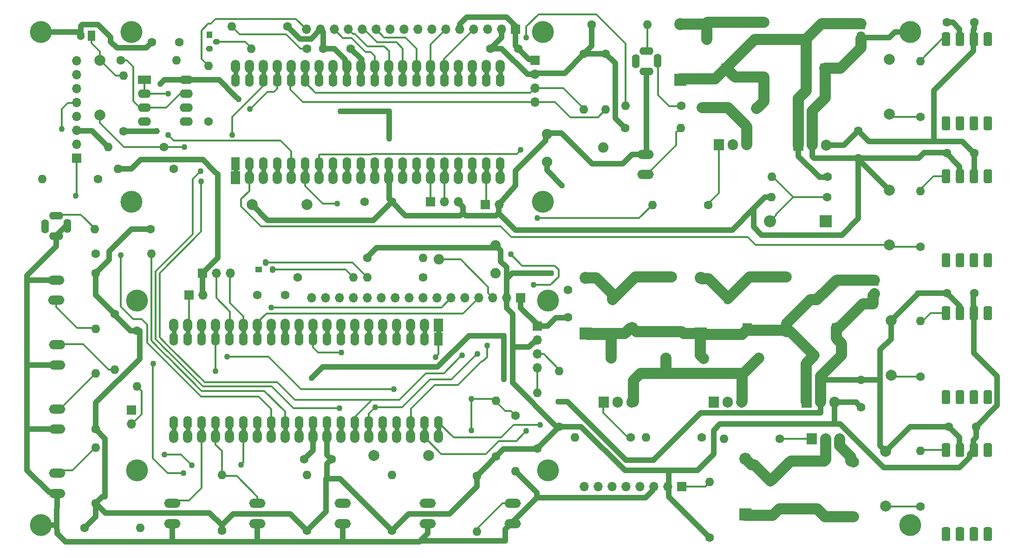
<source format=gbr>
G04 #@! TF.GenerationSoftware,KiCad,Pcbnew,(5.1.5-0-10_14)*
G04 #@! TF.CreationDate,2020-05-09T23:21:01+02:00*
G04 #@! TF.ProjectId,Main_Board_v1_2,4d61696e-5f42-46f6-9172-645f76315f32,rev?*
G04 #@! TF.SameCoordinates,Original*
G04 #@! TF.FileFunction,Copper,L1,Top*
G04 #@! TF.FilePolarity,Positive*
%FSLAX46Y46*%
G04 Gerber Fmt 4.6, Leading zero omitted, Abs format (unit mm)*
G04 Created by KiCad (PCBNEW (5.1.5-0-10_14)) date 2020-05-09 23:21:01*
%MOMM*%
%LPD*%
G04 APERTURE LIST*
%ADD10C,0.100000*%
%ADD11C,2.000000*%
%ADD12O,2.400000X1.600000*%
%ADD13R,2.400000X1.600000*%
%ADD14O,1.600000X1.600000*%
%ADD15C,1.600000*%
%ADD16O,1.400000X1.600000*%
%ADD17R,1.400000X1.900000*%
%ADD18C,4.000000*%
%ADD19O,1.700000X1.700000*%
%ADD20R,1.700000X1.700000*%
%ADD21O,1.700000X2.400000*%
%ADD22R,1.700000X2.400000*%
%ADD23R,1.600000X2.400000*%
%ADD24O,1.600000X2.400000*%
%ADD25R,1.300000X1.100000*%
%ADD26O,1.100000X1.300000*%
%ADD27R,1.100000X1.300000*%
%ADD28O,1.300000X1.100000*%
%ADD29O,1.400000X2.600000*%
%ADD30O,2.600000X1.400000*%
%ADD31O,1.905000X2.000000*%
%ADD32R,1.905000X2.000000*%
%ADD33O,2.200000X2.200000*%
%ADD34R,2.200000X2.200000*%
%ADD35C,1.900000*%
%ADD36O,3.000000X1.700000*%
%ADD37R,1.600000X1.600000*%
%ADD38C,1.100000*%
%ADD39C,2.000000*%
%ADD40C,1.000000*%
%ADD41C,0.350000*%
G04 APERTURE END LIST*
D10*
G36*
X103476854Y-110014383D02*
G01*
X103476854Y-108744383D01*
X104238854Y-108744383D01*
X104238854Y-110014383D01*
X103476854Y-110014383D01*
G37*
X103476854Y-110014383D02*
X103476854Y-108744383D01*
X104238854Y-108744383D01*
X104238854Y-110014383D01*
X103476854Y-110014383D01*
G36*
X100936854Y-110014383D02*
G01*
X100936854Y-108744383D01*
X101698854Y-108744383D01*
X101698854Y-110014383D01*
X100936854Y-110014383D01*
G37*
X100936854Y-110014383D02*
X100936854Y-108744383D01*
X101698854Y-108744383D01*
X101698854Y-110014383D01*
X100936854Y-110014383D01*
G36*
X98396854Y-110014383D02*
G01*
X98396854Y-108744383D01*
X99158854Y-108744383D01*
X99158854Y-110014383D01*
X98396854Y-110014383D01*
G37*
X98396854Y-110014383D02*
X98396854Y-108744383D01*
X99158854Y-108744383D01*
X99158854Y-110014383D01*
X98396854Y-110014383D01*
G36*
X95856854Y-110014383D02*
G01*
X95856854Y-108744383D01*
X96618854Y-108744383D01*
X96618854Y-110014383D01*
X95856854Y-110014383D01*
G37*
X95856854Y-110014383D02*
X95856854Y-108744383D01*
X96618854Y-108744383D01*
X96618854Y-110014383D01*
X95856854Y-110014383D01*
G36*
X85696854Y-110014383D02*
G01*
X85696854Y-108744383D01*
X86458854Y-108744383D01*
X86458854Y-110014383D01*
X85696854Y-110014383D01*
G37*
X85696854Y-110014383D02*
X85696854Y-108744383D01*
X86458854Y-108744383D01*
X86458854Y-110014383D01*
X85696854Y-110014383D01*
G36*
X88236854Y-110014383D02*
G01*
X88236854Y-108744383D01*
X88998854Y-108744383D01*
X88998854Y-110014383D01*
X88236854Y-110014383D01*
G37*
X88236854Y-110014383D02*
X88236854Y-108744383D01*
X88998854Y-108744383D01*
X88998854Y-110014383D01*
X88236854Y-110014383D01*
G36*
X90776854Y-110014383D02*
G01*
X90776854Y-108744383D01*
X91538854Y-108744383D01*
X91538854Y-110014383D01*
X90776854Y-110014383D01*
G37*
X90776854Y-110014383D02*
X90776854Y-108744383D01*
X91538854Y-108744383D01*
X91538854Y-110014383D01*
X90776854Y-110014383D01*
G36*
X93316854Y-110014383D02*
G01*
X93316854Y-108744383D01*
X94078854Y-108744383D01*
X94078854Y-110014383D01*
X93316854Y-110014383D01*
G37*
X93316854Y-110014383D02*
X93316854Y-108744383D01*
X94078854Y-108744383D01*
X94078854Y-110014383D01*
X93316854Y-110014383D01*
G36*
X72996854Y-110014383D02*
G01*
X72996854Y-108744383D01*
X73758854Y-108744383D01*
X73758854Y-110014383D01*
X72996854Y-110014383D01*
G37*
X72996854Y-110014383D02*
X72996854Y-108744383D01*
X73758854Y-108744383D01*
X73758854Y-110014383D01*
X72996854Y-110014383D01*
G36*
X75536854Y-110014383D02*
G01*
X75536854Y-108744383D01*
X76298854Y-108744383D01*
X76298854Y-110014383D01*
X75536854Y-110014383D01*
G37*
X75536854Y-110014383D02*
X75536854Y-108744383D01*
X76298854Y-108744383D01*
X76298854Y-110014383D01*
X75536854Y-110014383D01*
G36*
X83156854Y-110014383D02*
G01*
X83156854Y-108744383D01*
X83918854Y-108744383D01*
X83918854Y-110014383D01*
X83156854Y-110014383D01*
G37*
X83156854Y-110014383D02*
X83156854Y-108744383D01*
X83918854Y-108744383D01*
X83918854Y-110014383D01*
X83156854Y-110014383D01*
G36*
X80616854Y-110014383D02*
G01*
X80616854Y-108744383D01*
X81378854Y-108744383D01*
X81378854Y-110014383D01*
X80616854Y-110014383D01*
G37*
X80616854Y-110014383D02*
X80616854Y-108744383D01*
X81378854Y-108744383D01*
X81378854Y-110014383D01*
X80616854Y-110014383D01*
G36*
X78076854Y-110014383D02*
G01*
X78076854Y-108744383D01*
X78838854Y-108744383D01*
X78838854Y-110014383D01*
X78076854Y-110014383D01*
G37*
X78076854Y-110014383D02*
X78076854Y-108744383D01*
X78838854Y-108744383D01*
X78838854Y-110014383D01*
X78076854Y-110014383D01*
G36*
X65376854Y-110014383D02*
G01*
X65376854Y-108744383D01*
X66138854Y-108744383D01*
X66138854Y-110014383D01*
X65376854Y-110014383D01*
G37*
X65376854Y-110014383D02*
X65376854Y-108744383D01*
X66138854Y-108744383D01*
X66138854Y-110014383D01*
X65376854Y-110014383D01*
G36*
X67916854Y-110014383D02*
G01*
X67916854Y-108744383D01*
X68678854Y-108744383D01*
X68678854Y-110014383D01*
X67916854Y-110014383D01*
G37*
X67916854Y-110014383D02*
X67916854Y-108744383D01*
X68678854Y-108744383D01*
X68678854Y-110014383D01*
X67916854Y-110014383D01*
G36*
X70456854Y-110014383D02*
G01*
X70456854Y-108744383D01*
X71218854Y-108744383D01*
X71218854Y-110014383D01*
X70456854Y-110014383D01*
G37*
X70456854Y-110014383D02*
X70456854Y-108744383D01*
X71218854Y-108744383D01*
X71218854Y-110014383D01*
X70456854Y-110014383D01*
G36*
X62836854Y-110014383D02*
G01*
X62836854Y-108744383D01*
X63598854Y-108744383D01*
X63598854Y-110014383D01*
X62836854Y-110014383D01*
G37*
X62836854Y-110014383D02*
X62836854Y-108744383D01*
X63598854Y-108744383D01*
X63598854Y-110014383D01*
X62836854Y-110014383D01*
G36*
X60296854Y-110014383D02*
G01*
X60296854Y-108744383D01*
X61058854Y-108744383D01*
X61058854Y-110014383D01*
X60296854Y-110014383D01*
G37*
X60296854Y-110014383D02*
X60296854Y-108744383D01*
X61058854Y-108744383D01*
X61058854Y-110014383D01*
X60296854Y-110014383D01*
G36*
X57756854Y-110014383D02*
G01*
X57756854Y-108744383D01*
X58518854Y-108744383D01*
X58518854Y-110014383D01*
X57756854Y-110014383D01*
G37*
X57756854Y-110014383D02*
X57756854Y-108744383D01*
X58518854Y-108744383D01*
X58518854Y-110014383D01*
X57756854Y-110014383D01*
G36*
X55216854Y-110014383D02*
G01*
X55216854Y-108744383D01*
X55978854Y-108744383D01*
X55978854Y-110014383D01*
X55216854Y-110014383D01*
G37*
X55216854Y-110014383D02*
X55216854Y-108744383D01*
X55978854Y-108744383D01*
X55978854Y-110014383D01*
X55216854Y-110014383D01*
G36*
X55216854Y-92234383D02*
G01*
X55216854Y-90964383D01*
X55978854Y-90964383D01*
X55978854Y-92234383D01*
X55216854Y-92234383D01*
G37*
X55216854Y-92234383D02*
X55216854Y-90964383D01*
X55978854Y-90964383D01*
X55978854Y-92234383D01*
X55216854Y-92234383D01*
G36*
X57756854Y-92234383D02*
G01*
X57756854Y-90964383D01*
X58518854Y-90964383D01*
X58518854Y-92234383D01*
X57756854Y-92234383D01*
G37*
X57756854Y-92234383D02*
X57756854Y-90964383D01*
X58518854Y-90964383D01*
X58518854Y-92234383D01*
X57756854Y-92234383D01*
G36*
X60296854Y-92234383D02*
G01*
X60296854Y-90964383D01*
X61058854Y-90964383D01*
X61058854Y-92234383D01*
X60296854Y-92234383D01*
G37*
X60296854Y-92234383D02*
X60296854Y-90964383D01*
X61058854Y-90964383D01*
X61058854Y-92234383D01*
X60296854Y-92234383D01*
G36*
X62836854Y-92234383D02*
G01*
X62836854Y-90964383D01*
X63598854Y-90964383D01*
X63598854Y-92234383D01*
X62836854Y-92234383D01*
G37*
X62836854Y-92234383D02*
X62836854Y-90964383D01*
X63598854Y-90964383D01*
X63598854Y-92234383D01*
X62836854Y-92234383D01*
G36*
X70456854Y-92234383D02*
G01*
X70456854Y-90964383D01*
X71218854Y-90964383D01*
X71218854Y-92234383D01*
X70456854Y-92234383D01*
G37*
X70456854Y-92234383D02*
X70456854Y-90964383D01*
X71218854Y-90964383D01*
X71218854Y-92234383D01*
X70456854Y-92234383D01*
G36*
X67916854Y-92234383D02*
G01*
X67916854Y-90964383D01*
X68678854Y-90964383D01*
X68678854Y-92234383D01*
X67916854Y-92234383D01*
G37*
X67916854Y-92234383D02*
X67916854Y-90964383D01*
X68678854Y-90964383D01*
X68678854Y-92234383D01*
X67916854Y-92234383D01*
G36*
X65376854Y-92234383D02*
G01*
X65376854Y-90964383D01*
X66138854Y-90964383D01*
X66138854Y-92234383D01*
X65376854Y-92234383D01*
G37*
X65376854Y-92234383D02*
X65376854Y-90964383D01*
X66138854Y-90964383D01*
X66138854Y-92234383D01*
X65376854Y-92234383D01*
G36*
X72996854Y-92234383D02*
G01*
X72996854Y-90964383D01*
X73758854Y-90964383D01*
X73758854Y-92234383D01*
X72996854Y-92234383D01*
G37*
X72996854Y-92234383D02*
X72996854Y-90964383D01*
X73758854Y-90964383D01*
X73758854Y-92234383D01*
X72996854Y-92234383D01*
G36*
X75536854Y-92234383D02*
G01*
X75536854Y-90964383D01*
X76298854Y-90964383D01*
X76298854Y-92234383D01*
X75536854Y-92234383D01*
G37*
X75536854Y-92234383D02*
X75536854Y-90964383D01*
X76298854Y-90964383D01*
X76298854Y-92234383D01*
X75536854Y-92234383D01*
G36*
X78076854Y-92234383D02*
G01*
X78076854Y-90964383D01*
X78838854Y-90964383D01*
X78838854Y-92234383D01*
X78076854Y-92234383D01*
G37*
X78076854Y-92234383D02*
X78076854Y-90964383D01*
X78838854Y-90964383D01*
X78838854Y-92234383D01*
X78076854Y-92234383D01*
G36*
X80616854Y-92234383D02*
G01*
X80616854Y-90964383D01*
X81378854Y-90964383D01*
X81378854Y-92234383D01*
X80616854Y-92234383D01*
G37*
X80616854Y-92234383D02*
X80616854Y-90964383D01*
X81378854Y-90964383D01*
X81378854Y-92234383D01*
X80616854Y-92234383D01*
G36*
X83156854Y-92234383D02*
G01*
X83156854Y-90964383D01*
X83918854Y-90964383D01*
X83918854Y-92234383D01*
X83156854Y-92234383D01*
G37*
X83156854Y-92234383D02*
X83156854Y-90964383D01*
X83918854Y-90964383D01*
X83918854Y-92234383D01*
X83156854Y-92234383D01*
G36*
X85696854Y-92234383D02*
G01*
X85696854Y-90964383D01*
X86458854Y-90964383D01*
X86458854Y-92234383D01*
X85696854Y-92234383D01*
G37*
X85696854Y-92234383D02*
X85696854Y-90964383D01*
X86458854Y-90964383D01*
X86458854Y-92234383D01*
X85696854Y-92234383D01*
G36*
X88236854Y-92234383D02*
G01*
X88236854Y-90964383D01*
X88998854Y-90964383D01*
X88998854Y-92234383D01*
X88236854Y-92234383D01*
G37*
X88236854Y-92234383D02*
X88236854Y-90964383D01*
X88998854Y-90964383D01*
X88998854Y-92234383D01*
X88236854Y-92234383D01*
G36*
X90776854Y-92234383D02*
G01*
X90776854Y-90964383D01*
X91538854Y-90964383D01*
X91538854Y-92234383D01*
X90776854Y-92234383D01*
G37*
X90776854Y-92234383D02*
X90776854Y-90964383D01*
X91538854Y-90964383D01*
X91538854Y-92234383D01*
X90776854Y-92234383D01*
G36*
X93316854Y-92234383D02*
G01*
X93316854Y-90964383D01*
X94078854Y-90964383D01*
X94078854Y-92234383D01*
X93316854Y-92234383D01*
G37*
X93316854Y-92234383D02*
X93316854Y-90964383D01*
X94078854Y-90964383D01*
X94078854Y-92234383D01*
X93316854Y-92234383D01*
G36*
X95856854Y-92234383D02*
G01*
X95856854Y-90964383D01*
X96618854Y-90964383D01*
X96618854Y-92234383D01*
X95856854Y-92234383D01*
G37*
X95856854Y-92234383D02*
X95856854Y-90964383D01*
X96618854Y-90964383D01*
X96618854Y-92234383D01*
X95856854Y-92234383D01*
G36*
X98396854Y-92234383D02*
G01*
X98396854Y-90964383D01*
X99158854Y-90964383D01*
X99158854Y-92234383D01*
X98396854Y-92234383D01*
G37*
X98396854Y-92234383D02*
X98396854Y-90964383D01*
X99158854Y-90964383D01*
X99158854Y-92234383D01*
X98396854Y-92234383D01*
G36*
X103476854Y-92234383D02*
G01*
X103476854Y-90964383D01*
X104238854Y-90964383D01*
X104238854Y-92234383D01*
X103476854Y-92234383D01*
G37*
X103476854Y-92234383D02*
X103476854Y-90964383D01*
X104238854Y-90964383D01*
X104238854Y-92234383D01*
X103476854Y-92234383D01*
G36*
X100936854Y-92234383D02*
G01*
X100936854Y-90964383D01*
X101698854Y-90964383D01*
X101698854Y-92234383D01*
X100936854Y-92234383D01*
G37*
X100936854Y-92234383D02*
X100936854Y-90964383D01*
X101698854Y-90964383D01*
X101698854Y-92234383D01*
X100936854Y-92234383D01*
G36*
X67238854Y-43724383D02*
G01*
X67238854Y-44994383D01*
X66476854Y-44994383D01*
X66476854Y-43724383D01*
X67238854Y-43724383D01*
G37*
X67238854Y-43724383D02*
X67238854Y-44994383D01*
X66476854Y-44994383D01*
X66476854Y-43724383D01*
X67238854Y-43724383D01*
G36*
X69778854Y-43724383D02*
G01*
X69778854Y-44994383D01*
X69016854Y-44994383D01*
X69016854Y-43724383D01*
X69778854Y-43724383D01*
G37*
X69778854Y-43724383D02*
X69778854Y-44994383D01*
X69016854Y-44994383D01*
X69016854Y-43724383D01*
X69778854Y-43724383D01*
G36*
X72318854Y-43724383D02*
G01*
X72318854Y-44994383D01*
X71556854Y-44994383D01*
X71556854Y-43724383D01*
X72318854Y-43724383D01*
G37*
X72318854Y-43724383D02*
X72318854Y-44994383D01*
X71556854Y-44994383D01*
X71556854Y-43724383D01*
X72318854Y-43724383D01*
G36*
X74858854Y-43724383D02*
G01*
X74858854Y-44994383D01*
X74096854Y-44994383D01*
X74096854Y-43724383D01*
X74858854Y-43724383D01*
G37*
X74858854Y-43724383D02*
X74858854Y-44994383D01*
X74096854Y-44994383D01*
X74096854Y-43724383D01*
X74858854Y-43724383D01*
G36*
X85018854Y-43724383D02*
G01*
X85018854Y-44994383D01*
X84256854Y-44994383D01*
X84256854Y-43724383D01*
X85018854Y-43724383D01*
G37*
X85018854Y-43724383D02*
X85018854Y-44994383D01*
X84256854Y-44994383D01*
X84256854Y-43724383D01*
X85018854Y-43724383D01*
G36*
X82478854Y-43724383D02*
G01*
X82478854Y-44994383D01*
X81716854Y-44994383D01*
X81716854Y-43724383D01*
X82478854Y-43724383D01*
G37*
X82478854Y-43724383D02*
X82478854Y-44994383D01*
X81716854Y-44994383D01*
X81716854Y-43724383D01*
X82478854Y-43724383D01*
G36*
X79938854Y-43724383D02*
G01*
X79938854Y-44994383D01*
X79176854Y-44994383D01*
X79176854Y-43724383D01*
X79938854Y-43724383D01*
G37*
X79938854Y-43724383D02*
X79938854Y-44994383D01*
X79176854Y-44994383D01*
X79176854Y-43724383D01*
X79938854Y-43724383D01*
G36*
X77398854Y-43724383D02*
G01*
X77398854Y-44994383D01*
X76636854Y-44994383D01*
X76636854Y-43724383D01*
X77398854Y-43724383D01*
G37*
X77398854Y-43724383D02*
X77398854Y-44994383D01*
X76636854Y-44994383D01*
X76636854Y-43724383D01*
X77398854Y-43724383D01*
G36*
X97718854Y-43724383D02*
G01*
X97718854Y-44994383D01*
X96956854Y-44994383D01*
X96956854Y-43724383D01*
X97718854Y-43724383D01*
G37*
X97718854Y-43724383D02*
X97718854Y-44994383D01*
X96956854Y-44994383D01*
X96956854Y-43724383D01*
X97718854Y-43724383D01*
G36*
X95178854Y-43724383D02*
G01*
X95178854Y-44994383D01*
X94416854Y-44994383D01*
X94416854Y-43724383D01*
X95178854Y-43724383D01*
G37*
X95178854Y-43724383D02*
X95178854Y-44994383D01*
X94416854Y-44994383D01*
X94416854Y-43724383D01*
X95178854Y-43724383D01*
G36*
X87558854Y-43724383D02*
G01*
X87558854Y-44994383D01*
X86796854Y-44994383D01*
X86796854Y-43724383D01*
X87558854Y-43724383D01*
G37*
X87558854Y-43724383D02*
X87558854Y-44994383D01*
X86796854Y-44994383D01*
X86796854Y-43724383D01*
X87558854Y-43724383D01*
G36*
X90098854Y-43724383D02*
G01*
X90098854Y-44994383D01*
X89336854Y-44994383D01*
X89336854Y-43724383D01*
X90098854Y-43724383D01*
G37*
X90098854Y-43724383D02*
X90098854Y-44994383D01*
X89336854Y-44994383D01*
X89336854Y-43724383D01*
X90098854Y-43724383D01*
G36*
X92638854Y-43724383D02*
G01*
X92638854Y-44994383D01*
X91876854Y-44994383D01*
X91876854Y-43724383D01*
X92638854Y-43724383D01*
G37*
X92638854Y-43724383D02*
X92638854Y-44994383D01*
X91876854Y-44994383D01*
X91876854Y-43724383D01*
X92638854Y-43724383D01*
G36*
X105338854Y-43724383D02*
G01*
X105338854Y-44994383D01*
X104576854Y-44994383D01*
X104576854Y-43724383D01*
X105338854Y-43724383D01*
G37*
X105338854Y-43724383D02*
X105338854Y-44994383D01*
X104576854Y-44994383D01*
X104576854Y-43724383D01*
X105338854Y-43724383D01*
G36*
X102798854Y-43724383D02*
G01*
X102798854Y-44994383D01*
X102036854Y-44994383D01*
X102036854Y-43724383D01*
X102798854Y-43724383D01*
G37*
X102798854Y-43724383D02*
X102798854Y-44994383D01*
X102036854Y-44994383D01*
X102036854Y-43724383D01*
X102798854Y-43724383D01*
G36*
X100258854Y-43724383D02*
G01*
X100258854Y-44994383D01*
X99496854Y-44994383D01*
X99496854Y-43724383D01*
X100258854Y-43724383D01*
G37*
X100258854Y-43724383D02*
X100258854Y-44994383D01*
X99496854Y-44994383D01*
X99496854Y-43724383D01*
X100258854Y-43724383D01*
G36*
X107878854Y-43724383D02*
G01*
X107878854Y-44994383D01*
X107116854Y-44994383D01*
X107116854Y-43724383D01*
X107878854Y-43724383D01*
G37*
X107878854Y-43724383D02*
X107878854Y-44994383D01*
X107116854Y-44994383D01*
X107116854Y-43724383D01*
X107878854Y-43724383D01*
G36*
X110418854Y-43724383D02*
G01*
X110418854Y-44994383D01*
X109656854Y-44994383D01*
X109656854Y-43724383D01*
X110418854Y-43724383D01*
G37*
X110418854Y-43724383D02*
X110418854Y-44994383D01*
X109656854Y-44994383D01*
X109656854Y-43724383D01*
X110418854Y-43724383D01*
G36*
X112958854Y-43724383D02*
G01*
X112958854Y-44994383D01*
X112196854Y-44994383D01*
X112196854Y-43724383D01*
X112958854Y-43724383D01*
G37*
X112958854Y-43724383D02*
X112958854Y-44994383D01*
X112196854Y-44994383D01*
X112196854Y-43724383D01*
X112958854Y-43724383D01*
G36*
X115498854Y-43724383D02*
G01*
X115498854Y-44994383D01*
X114736854Y-44994383D01*
X114736854Y-43724383D01*
X115498854Y-43724383D01*
G37*
X115498854Y-43724383D02*
X115498854Y-44994383D01*
X114736854Y-44994383D01*
X114736854Y-43724383D01*
X115498854Y-43724383D01*
G36*
X115498854Y-61504383D02*
G01*
X115498854Y-62774383D01*
X114736854Y-62774383D01*
X114736854Y-61504383D01*
X115498854Y-61504383D01*
G37*
X115498854Y-61504383D02*
X115498854Y-62774383D01*
X114736854Y-62774383D01*
X114736854Y-61504383D01*
X115498854Y-61504383D01*
G36*
X112958854Y-61504383D02*
G01*
X112958854Y-62774383D01*
X112196854Y-62774383D01*
X112196854Y-61504383D01*
X112958854Y-61504383D01*
G37*
X112958854Y-61504383D02*
X112958854Y-62774383D01*
X112196854Y-62774383D01*
X112196854Y-61504383D01*
X112958854Y-61504383D01*
G36*
X110418854Y-61504383D02*
G01*
X110418854Y-62774383D01*
X109656854Y-62774383D01*
X109656854Y-61504383D01*
X110418854Y-61504383D01*
G37*
X110418854Y-61504383D02*
X110418854Y-62774383D01*
X109656854Y-62774383D01*
X109656854Y-61504383D01*
X110418854Y-61504383D01*
G36*
X107878854Y-61504383D02*
G01*
X107878854Y-62774383D01*
X107116854Y-62774383D01*
X107116854Y-61504383D01*
X107878854Y-61504383D01*
G37*
X107878854Y-61504383D02*
X107878854Y-62774383D01*
X107116854Y-62774383D01*
X107116854Y-61504383D01*
X107878854Y-61504383D01*
G36*
X100258854Y-61504383D02*
G01*
X100258854Y-62774383D01*
X99496854Y-62774383D01*
X99496854Y-61504383D01*
X100258854Y-61504383D01*
G37*
X100258854Y-61504383D02*
X100258854Y-62774383D01*
X99496854Y-62774383D01*
X99496854Y-61504383D01*
X100258854Y-61504383D01*
G36*
X102798854Y-61504383D02*
G01*
X102798854Y-62774383D01*
X102036854Y-62774383D01*
X102036854Y-61504383D01*
X102798854Y-61504383D01*
G37*
X102798854Y-61504383D02*
X102798854Y-62774383D01*
X102036854Y-62774383D01*
X102036854Y-61504383D01*
X102798854Y-61504383D01*
G36*
X105338854Y-61504383D02*
G01*
X105338854Y-62774383D01*
X104576854Y-62774383D01*
X104576854Y-61504383D01*
X105338854Y-61504383D01*
G37*
X105338854Y-61504383D02*
X105338854Y-62774383D01*
X104576854Y-62774383D01*
X104576854Y-61504383D01*
X105338854Y-61504383D01*
G36*
X97718854Y-61504383D02*
G01*
X97718854Y-62774383D01*
X96956854Y-62774383D01*
X96956854Y-61504383D01*
X97718854Y-61504383D01*
G37*
X97718854Y-61504383D02*
X97718854Y-62774383D01*
X96956854Y-62774383D01*
X96956854Y-61504383D01*
X97718854Y-61504383D01*
G36*
X95178854Y-61504383D02*
G01*
X95178854Y-62774383D01*
X94416854Y-62774383D01*
X94416854Y-61504383D01*
X95178854Y-61504383D01*
G37*
X95178854Y-61504383D02*
X95178854Y-62774383D01*
X94416854Y-62774383D01*
X94416854Y-61504383D01*
X95178854Y-61504383D01*
G36*
X92638854Y-61504383D02*
G01*
X92638854Y-62774383D01*
X91876854Y-62774383D01*
X91876854Y-61504383D01*
X92638854Y-61504383D01*
G37*
X92638854Y-61504383D02*
X92638854Y-62774383D01*
X91876854Y-62774383D01*
X91876854Y-61504383D01*
X92638854Y-61504383D01*
G36*
X90098854Y-61504383D02*
G01*
X90098854Y-62774383D01*
X89336854Y-62774383D01*
X89336854Y-61504383D01*
X90098854Y-61504383D01*
G37*
X90098854Y-61504383D02*
X90098854Y-62774383D01*
X89336854Y-62774383D01*
X89336854Y-61504383D01*
X90098854Y-61504383D01*
G36*
X87558854Y-61504383D02*
G01*
X87558854Y-62774383D01*
X86796854Y-62774383D01*
X86796854Y-61504383D01*
X87558854Y-61504383D01*
G37*
X87558854Y-61504383D02*
X87558854Y-62774383D01*
X86796854Y-62774383D01*
X86796854Y-61504383D01*
X87558854Y-61504383D01*
G36*
X85018854Y-61504383D02*
G01*
X85018854Y-62774383D01*
X84256854Y-62774383D01*
X84256854Y-61504383D01*
X85018854Y-61504383D01*
G37*
X85018854Y-61504383D02*
X85018854Y-62774383D01*
X84256854Y-62774383D01*
X84256854Y-61504383D01*
X85018854Y-61504383D01*
G36*
X82478854Y-61504383D02*
G01*
X82478854Y-62774383D01*
X81716854Y-62774383D01*
X81716854Y-61504383D01*
X82478854Y-61504383D01*
G37*
X82478854Y-61504383D02*
X82478854Y-62774383D01*
X81716854Y-62774383D01*
X81716854Y-61504383D01*
X82478854Y-61504383D01*
G36*
X79938854Y-61504383D02*
G01*
X79938854Y-62774383D01*
X79176854Y-62774383D01*
X79176854Y-61504383D01*
X79938854Y-61504383D01*
G37*
X79938854Y-61504383D02*
X79938854Y-62774383D01*
X79176854Y-62774383D01*
X79176854Y-61504383D01*
X79938854Y-61504383D01*
G36*
X77398854Y-61504383D02*
G01*
X77398854Y-62774383D01*
X76636854Y-62774383D01*
X76636854Y-61504383D01*
X77398854Y-61504383D01*
G37*
X77398854Y-61504383D02*
X77398854Y-62774383D01*
X76636854Y-62774383D01*
X76636854Y-61504383D01*
X77398854Y-61504383D01*
G36*
X74858854Y-61504383D02*
G01*
X74858854Y-62774383D01*
X74096854Y-62774383D01*
X74096854Y-61504383D01*
X74858854Y-61504383D01*
G37*
X74858854Y-61504383D02*
X74858854Y-62774383D01*
X74096854Y-62774383D01*
X74096854Y-61504383D01*
X74858854Y-61504383D01*
G36*
X72318854Y-61504383D02*
G01*
X72318854Y-62774383D01*
X71556854Y-62774383D01*
X71556854Y-61504383D01*
X72318854Y-61504383D01*
G37*
X72318854Y-61504383D02*
X72318854Y-62774383D01*
X71556854Y-62774383D01*
X71556854Y-61504383D01*
X72318854Y-61504383D01*
G36*
X67238854Y-61504383D02*
G01*
X67238854Y-62774383D01*
X66476854Y-62774383D01*
X66476854Y-61504383D01*
X67238854Y-61504383D01*
G37*
X67238854Y-61504383D02*
X67238854Y-62774383D01*
X66476854Y-62774383D01*
X66476854Y-61504383D01*
X67238854Y-61504383D01*
G36*
X69778854Y-61504383D02*
G01*
X69778854Y-62774383D01*
X69016854Y-62774383D01*
X69016854Y-61504383D01*
X69778854Y-61504383D01*
G37*
X69778854Y-61504383D02*
X69778854Y-62774383D01*
X69016854Y-62774383D01*
X69016854Y-61504383D01*
X69778854Y-61504383D01*
D11*
X167282854Y-81519383D03*
X167282854Y-91519383D03*
D12*
X57837854Y-45569383D03*
X50217854Y-53189383D03*
X57837854Y-48109383D03*
X50217854Y-50649383D03*
X57837854Y-50649383D03*
X50217854Y-48109383D03*
X57837854Y-53189383D03*
D13*
X50217854Y-45569383D03*
D14*
X46407854Y-44807383D03*
D15*
X46407854Y-54967383D03*
D16*
X38665854Y-37568383D03*
D17*
X40565854Y-37568383D03*
D11*
X42089854Y-52013383D03*
X42089854Y-42013383D03*
D14*
X61901854Y-43029383D03*
D15*
X61901854Y-53189383D03*
D18*
X48857854Y-85869383D03*
X48857854Y-116869383D03*
X123857854Y-116869383D03*
X123857854Y-85869383D03*
D19*
X80757854Y-85369383D03*
X83297854Y-85369383D03*
X85837854Y-85369383D03*
X88377854Y-85369383D03*
X90917854Y-85369383D03*
X93457854Y-85369383D03*
X95997854Y-85369383D03*
X98537854Y-85369383D03*
X101077854Y-85369383D03*
X103617854Y-85369383D03*
X106157854Y-85369383D03*
X108697854Y-85369383D03*
X111237854Y-85369383D03*
X113777854Y-85369383D03*
X116317854Y-85369383D03*
D20*
X118857854Y-85369383D03*
D21*
X68297854Y-110649383D03*
X65757854Y-110649383D03*
X63217854Y-110649383D03*
X60677854Y-110649383D03*
X58137854Y-110649383D03*
X55597854Y-110649383D03*
X80997854Y-110649383D03*
X78457854Y-110649383D03*
X75917854Y-110649383D03*
X73377854Y-110649383D03*
X70837854Y-110649383D03*
X101317854Y-110649383D03*
X98777854Y-110649383D03*
X96237854Y-110649383D03*
X93697854Y-110649383D03*
X91157854Y-110649383D03*
X88617854Y-110649383D03*
X86077854Y-110649383D03*
X83537854Y-110649383D03*
X103857854Y-110649383D03*
X58137854Y-90329383D03*
X55597854Y-90329383D03*
X93697854Y-90329383D03*
X73377854Y-90329383D03*
D22*
X103857854Y-90329383D03*
D21*
X70837854Y-90329383D03*
X75917854Y-90329383D03*
X80997854Y-90329383D03*
X88617854Y-90329383D03*
X86077854Y-90329383D03*
X83537854Y-90329383D03*
X91157854Y-90329383D03*
X98777854Y-90329383D03*
X96237854Y-90329383D03*
X101317854Y-90329383D03*
X65757854Y-90329383D03*
X68297854Y-90329383D03*
X63217854Y-90329383D03*
X60677854Y-90329383D03*
X78457854Y-90329383D03*
D23*
X103857854Y-92869383D03*
D24*
X55597854Y-108109383D03*
X101317854Y-92869383D03*
X58137854Y-108109383D03*
X98777854Y-92869383D03*
X60677854Y-108109383D03*
X96237854Y-92869383D03*
X63217854Y-108109383D03*
X93697854Y-92869383D03*
X65757854Y-108109383D03*
X91157854Y-92869383D03*
X68297854Y-108109383D03*
X88617854Y-92869383D03*
X70837854Y-108109383D03*
X86077854Y-92869383D03*
X73377854Y-108109383D03*
X83537854Y-92869383D03*
X75917854Y-108109383D03*
X80997854Y-92869383D03*
X78457854Y-108109383D03*
X78457854Y-92869383D03*
X80997854Y-108109383D03*
X75917854Y-92869383D03*
X83537854Y-108109383D03*
X73377854Y-92869383D03*
X86077854Y-108109383D03*
X70837854Y-92869383D03*
X88617854Y-108109383D03*
X68297854Y-92869383D03*
X91157854Y-108109383D03*
X65757854Y-92869383D03*
X93697854Y-108109383D03*
X63217854Y-92869383D03*
X96237854Y-108109383D03*
X60677854Y-92869383D03*
X98777854Y-108109383D03*
X58137854Y-92869383D03*
X101317854Y-108109383D03*
X55597854Y-92869383D03*
X103857854Y-108109383D03*
D21*
X102417854Y-43089383D03*
X104957854Y-43089383D03*
X107497854Y-43089383D03*
X110037854Y-43089383D03*
X112577854Y-43089383D03*
X115117854Y-43089383D03*
X89717854Y-43089383D03*
X92257854Y-43089383D03*
X94797854Y-43089383D03*
X97337854Y-43089383D03*
X99877854Y-43089383D03*
X69397854Y-43089383D03*
X71937854Y-43089383D03*
X74477854Y-43089383D03*
X77017854Y-43089383D03*
X79557854Y-43089383D03*
X82097854Y-43089383D03*
X84637854Y-43089383D03*
X87177854Y-43089383D03*
X66857854Y-43089383D03*
X112577854Y-63409383D03*
X115117854Y-63409383D03*
X77017854Y-63409383D03*
X97337854Y-63409383D03*
D22*
X66857854Y-63409383D03*
D21*
X99877854Y-63409383D03*
X94797854Y-63409383D03*
X89717854Y-63409383D03*
X82097854Y-63409383D03*
X84637854Y-63409383D03*
X87177854Y-63409383D03*
X79557854Y-63409383D03*
X71937854Y-63409383D03*
X74477854Y-63409383D03*
X69397854Y-63409383D03*
X104957854Y-63409383D03*
X102417854Y-63409383D03*
X107497854Y-63409383D03*
X110037854Y-63409383D03*
X92257854Y-63409383D03*
D23*
X66857854Y-60869383D03*
D24*
X115117854Y-45629383D03*
X69397854Y-60869383D03*
X112577854Y-45629383D03*
X71937854Y-60869383D03*
X110037854Y-45629383D03*
X74477854Y-60869383D03*
X107497854Y-45629383D03*
X77017854Y-60869383D03*
X104957854Y-45629383D03*
X79557854Y-60869383D03*
X102417854Y-45629383D03*
X82097854Y-60869383D03*
X99877854Y-45629383D03*
X84637854Y-60869383D03*
X97337854Y-45629383D03*
X87177854Y-60869383D03*
X94797854Y-45629383D03*
X89717854Y-60869383D03*
X92257854Y-45629383D03*
X92257854Y-60869383D03*
X89717854Y-45629383D03*
X94797854Y-60869383D03*
X87177854Y-45629383D03*
X97337854Y-60869383D03*
X84637854Y-45629383D03*
X99877854Y-60869383D03*
X82097854Y-45629383D03*
X102417854Y-60869383D03*
X79557854Y-45629383D03*
X104957854Y-60869383D03*
X77017854Y-45629383D03*
X107497854Y-60869383D03*
X74477854Y-45629383D03*
X110037854Y-60869383D03*
X71937854Y-45629383D03*
X112577854Y-60869383D03*
X69397854Y-45629383D03*
X115117854Y-60869383D03*
X66857854Y-45629383D03*
D25*
X71033154Y-80189583D03*
D26*
X73573154Y-80189583D03*
X72303154Y-78919583D03*
D27*
X62054254Y-37365183D03*
D28*
X62054254Y-39905183D03*
X63324254Y-38635183D03*
D29*
X139782854Y-42169383D03*
X143832854Y-42119383D03*
D30*
X141807854Y-44019383D03*
X141807854Y-40319383D03*
D29*
X36182854Y-72269383D03*
X32132854Y-72319383D03*
D30*
X34157854Y-70419383D03*
X34157854Y-74119383D03*
D14*
X155881854Y-111101383D03*
D15*
X166041854Y-111101383D03*
D31*
X176963854Y-111101383D03*
X174423854Y-111101383D03*
D32*
X171883854Y-111101383D03*
D19*
X164319854Y-118728383D03*
D20*
X167819854Y-123928383D03*
D33*
X159818854Y-114784383D03*
D34*
X159818854Y-124944383D03*
D11*
X174169854Y-115198383D03*
X174169854Y-125198383D03*
X179503854Y-115325383D03*
X179503854Y-125325383D03*
D19*
X47857854Y-108409383D03*
D20*
X47857854Y-105869383D03*
D19*
X114897854Y-68369383D03*
D20*
X112357854Y-68369383D03*
D18*
X47857854Y-36869383D03*
X47857854Y-67869383D03*
X122857854Y-67869383D03*
X122857854Y-36869383D03*
D19*
X79757854Y-36369383D03*
X82297854Y-36369383D03*
X84837854Y-36369383D03*
X87377854Y-36369383D03*
X89917854Y-36369383D03*
X92457854Y-36369383D03*
X94997854Y-36369383D03*
X97537854Y-36369383D03*
X100077854Y-36369383D03*
X102617854Y-36369383D03*
X105157854Y-36369383D03*
X107697854Y-36369383D03*
X110237854Y-36369383D03*
X112777854Y-36369383D03*
X115317854Y-36369383D03*
D20*
X117857854Y-36369383D03*
D35*
X114225854Y-80875383D03*
X103925854Y-78375383D03*
X114225854Y-75795383D03*
X123623854Y-55475383D03*
X133923854Y-57975383D03*
X123623854Y-60555383D03*
D14*
X88317854Y-81637383D03*
D15*
X78157854Y-81637383D03*
D14*
X90857854Y-81637383D03*
D15*
X101017854Y-81637383D03*
D14*
X101017854Y-78081383D03*
D15*
X90857854Y-78081383D03*
D14*
X69697854Y-39869383D03*
D15*
X79857854Y-39869383D03*
D14*
X66197854Y-35869383D03*
D15*
X76357854Y-35869383D03*
G04 #@! TA.AperFunction,SMDPad,CuDef*
D10*
G36*
X196808199Y-36901718D02*
G01*
X196845183Y-36907204D01*
X196881452Y-36916289D01*
X196916656Y-36928885D01*
X196950456Y-36944871D01*
X196982526Y-36964093D01*
X197012558Y-36986366D01*
X197040262Y-37011475D01*
X197065371Y-37039179D01*
X197087644Y-37069211D01*
X197106866Y-37101281D01*
X197122852Y-37135081D01*
X197135448Y-37170285D01*
X197144533Y-37206554D01*
X197150019Y-37243538D01*
X197151854Y-37280883D01*
X197151854Y-39058883D01*
X197150019Y-39096228D01*
X197144533Y-39133212D01*
X197135448Y-39169481D01*
X197122852Y-39204685D01*
X197106866Y-39238485D01*
X197087644Y-39270555D01*
X197065371Y-39300587D01*
X197040262Y-39328291D01*
X197012558Y-39353400D01*
X196982526Y-39375673D01*
X196950456Y-39394895D01*
X196916656Y-39410881D01*
X196881452Y-39423477D01*
X196845183Y-39432562D01*
X196808199Y-39438048D01*
X196770854Y-39439883D01*
X196008854Y-39439883D01*
X195971509Y-39438048D01*
X195934525Y-39432562D01*
X195898256Y-39423477D01*
X195863052Y-39410881D01*
X195829252Y-39394895D01*
X195797182Y-39375673D01*
X195767150Y-39353400D01*
X195739446Y-39328291D01*
X195714337Y-39300587D01*
X195692064Y-39270555D01*
X195672842Y-39238485D01*
X195656856Y-39204685D01*
X195644260Y-39169481D01*
X195635175Y-39133212D01*
X195629689Y-39096228D01*
X195627854Y-39058883D01*
X195627854Y-37280883D01*
X195629689Y-37243538D01*
X195635175Y-37206554D01*
X195644260Y-37170285D01*
X195656856Y-37135081D01*
X195672842Y-37101281D01*
X195692064Y-37069211D01*
X195714337Y-37039179D01*
X195739446Y-37011475D01*
X195767150Y-36986366D01*
X195797182Y-36964093D01*
X195829252Y-36944871D01*
X195863052Y-36928885D01*
X195898256Y-36916289D01*
X195934525Y-36907204D01*
X195971509Y-36901718D01*
X196008854Y-36899883D01*
X196770854Y-36899883D01*
X196808199Y-36901718D01*
G37*
G04 #@! TD.AperFunction*
G04 #@! TA.AperFunction,SMDPad,CuDef*
G36*
X199348199Y-36901718D02*
G01*
X199385183Y-36907204D01*
X199421452Y-36916289D01*
X199456656Y-36928885D01*
X199490456Y-36944871D01*
X199522526Y-36964093D01*
X199552558Y-36986366D01*
X199580262Y-37011475D01*
X199605371Y-37039179D01*
X199627644Y-37069211D01*
X199646866Y-37101281D01*
X199662852Y-37135081D01*
X199675448Y-37170285D01*
X199684533Y-37206554D01*
X199690019Y-37243538D01*
X199691854Y-37280883D01*
X199691854Y-39058883D01*
X199690019Y-39096228D01*
X199684533Y-39133212D01*
X199675448Y-39169481D01*
X199662852Y-39204685D01*
X199646866Y-39238485D01*
X199627644Y-39270555D01*
X199605371Y-39300587D01*
X199580262Y-39328291D01*
X199552558Y-39353400D01*
X199522526Y-39375673D01*
X199490456Y-39394895D01*
X199456656Y-39410881D01*
X199421452Y-39423477D01*
X199385183Y-39432562D01*
X199348199Y-39438048D01*
X199310854Y-39439883D01*
X198548854Y-39439883D01*
X198511509Y-39438048D01*
X198474525Y-39432562D01*
X198438256Y-39423477D01*
X198403052Y-39410881D01*
X198369252Y-39394895D01*
X198337182Y-39375673D01*
X198307150Y-39353400D01*
X198279446Y-39328291D01*
X198254337Y-39300587D01*
X198232064Y-39270555D01*
X198212842Y-39238485D01*
X198196856Y-39204685D01*
X198184260Y-39169481D01*
X198175175Y-39133212D01*
X198169689Y-39096228D01*
X198167854Y-39058883D01*
X198167854Y-37280883D01*
X198169689Y-37243538D01*
X198175175Y-37206554D01*
X198184260Y-37170285D01*
X198196856Y-37135081D01*
X198212842Y-37101281D01*
X198232064Y-37069211D01*
X198254337Y-37039179D01*
X198279446Y-37011475D01*
X198307150Y-36986366D01*
X198337182Y-36964093D01*
X198369252Y-36944871D01*
X198403052Y-36928885D01*
X198438256Y-36916289D01*
X198474525Y-36907204D01*
X198511509Y-36901718D01*
X198548854Y-36899883D01*
X199310854Y-36899883D01*
X199348199Y-36901718D01*
G37*
G04 #@! TD.AperFunction*
G04 #@! TA.AperFunction,SMDPad,CuDef*
G36*
X201888199Y-36901718D02*
G01*
X201925183Y-36907204D01*
X201961452Y-36916289D01*
X201996656Y-36928885D01*
X202030456Y-36944871D01*
X202062526Y-36964093D01*
X202092558Y-36986366D01*
X202120262Y-37011475D01*
X202145371Y-37039179D01*
X202167644Y-37069211D01*
X202186866Y-37101281D01*
X202202852Y-37135081D01*
X202215448Y-37170285D01*
X202224533Y-37206554D01*
X202230019Y-37243538D01*
X202231854Y-37280883D01*
X202231854Y-39058883D01*
X202230019Y-39096228D01*
X202224533Y-39133212D01*
X202215448Y-39169481D01*
X202202852Y-39204685D01*
X202186866Y-39238485D01*
X202167644Y-39270555D01*
X202145371Y-39300587D01*
X202120262Y-39328291D01*
X202092558Y-39353400D01*
X202062526Y-39375673D01*
X202030456Y-39394895D01*
X201996656Y-39410881D01*
X201961452Y-39423477D01*
X201925183Y-39432562D01*
X201888199Y-39438048D01*
X201850854Y-39439883D01*
X201088854Y-39439883D01*
X201051509Y-39438048D01*
X201014525Y-39432562D01*
X200978256Y-39423477D01*
X200943052Y-39410881D01*
X200909252Y-39394895D01*
X200877182Y-39375673D01*
X200847150Y-39353400D01*
X200819446Y-39328291D01*
X200794337Y-39300587D01*
X200772064Y-39270555D01*
X200752842Y-39238485D01*
X200736856Y-39204685D01*
X200724260Y-39169481D01*
X200715175Y-39133212D01*
X200709689Y-39096228D01*
X200707854Y-39058883D01*
X200707854Y-37280883D01*
X200709689Y-37243538D01*
X200715175Y-37206554D01*
X200724260Y-37170285D01*
X200736856Y-37135081D01*
X200752842Y-37101281D01*
X200772064Y-37069211D01*
X200794337Y-37039179D01*
X200819446Y-37011475D01*
X200847150Y-36986366D01*
X200877182Y-36964093D01*
X200909252Y-36944871D01*
X200943052Y-36928885D01*
X200978256Y-36916289D01*
X201014525Y-36907204D01*
X201051509Y-36901718D01*
X201088854Y-36899883D01*
X201850854Y-36899883D01*
X201888199Y-36901718D01*
G37*
G04 #@! TD.AperFunction*
G04 #@! TA.AperFunction,SMDPad,CuDef*
G36*
X204428199Y-36901718D02*
G01*
X204465183Y-36907204D01*
X204501452Y-36916289D01*
X204536656Y-36928885D01*
X204570456Y-36944871D01*
X204602526Y-36964093D01*
X204632558Y-36986366D01*
X204660262Y-37011475D01*
X204685371Y-37039179D01*
X204707644Y-37069211D01*
X204726866Y-37101281D01*
X204742852Y-37135081D01*
X204755448Y-37170285D01*
X204764533Y-37206554D01*
X204770019Y-37243538D01*
X204771854Y-37280883D01*
X204771854Y-39058883D01*
X204770019Y-39096228D01*
X204764533Y-39133212D01*
X204755448Y-39169481D01*
X204742852Y-39204685D01*
X204726866Y-39238485D01*
X204707644Y-39270555D01*
X204685371Y-39300587D01*
X204660262Y-39328291D01*
X204632558Y-39353400D01*
X204602526Y-39375673D01*
X204570456Y-39394895D01*
X204536656Y-39410881D01*
X204501452Y-39423477D01*
X204465183Y-39432562D01*
X204428199Y-39438048D01*
X204390854Y-39439883D01*
X203628854Y-39439883D01*
X203591509Y-39438048D01*
X203554525Y-39432562D01*
X203518256Y-39423477D01*
X203483052Y-39410881D01*
X203449252Y-39394895D01*
X203417182Y-39375673D01*
X203387150Y-39353400D01*
X203359446Y-39328291D01*
X203334337Y-39300587D01*
X203312064Y-39270555D01*
X203292842Y-39238485D01*
X203276856Y-39204685D01*
X203264260Y-39169481D01*
X203255175Y-39133212D01*
X203249689Y-39096228D01*
X203247854Y-39058883D01*
X203247854Y-37280883D01*
X203249689Y-37243538D01*
X203255175Y-37206554D01*
X203264260Y-37170285D01*
X203276856Y-37135081D01*
X203292842Y-37101281D01*
X203312064Y-37069211D01*
X203334337Y-37039179D01*
X203359446Y-37011475D01*
X203387150Y-36986366D01*
X203417182Y-36964093D01*
X203449252Y-36944871D01*
X203483052Y-36928885D01*
X203518256Y-36916289D01*
X203554525Y-36907204D01*
X203591509Y-36901718D01*
X203628854Y-36899883D01*
X204390854Y-36899883D01*
X204428199Y-36901718D01*
G37*
G04 #@! TD.AperFunction*
G04 #@! TA.AperFunction,SMDPad,CuDef*
G36*
X204428199Y-52235718D02*
G01*
X204465183Y-52241204D01*
X204501452Y-52250289D01*
X204536656Y-52262885D01*
X204570456Y-52278871D01*
X204602526Y-52298093D01*
X204632558Y-52320366D01*
X204660262Y-52345475D01*
X204685371Y-52373179D01*
X204707644Y-52403211D01*
X204726866Y-52435281D01*
X204742852Y-52469081D01*
X204755448Y-52504285D01*
X204764533Y-52540554D01*
X204770019Y-52577538D01*
X204771854Y-52614883D01*
X204771854Y-54392883D01*
X204770019Y-54430228D01*
X204764533Y-54467212D01*
X204755448Y-54503481D01*
X204742852Y-54538685D01*
X204726866Y-54572485D01*
X204707644Y-54604555D01*
X204685371Y-54634587D01*
X204660262Y-54662291D01*
X204632558Y-54687400D01*
X204602526Y-54709673D01*
X204570456Y-54728895D01*
X204536656Y-54744881D01*
X204501452Y-54757477D01*
X204465183Y-54766562D01*
X204428199Y-54772048D01*
X204390854Y-54773883D01*
X203628854Y-54773883D01*
X203591509Y-54772048D01*
X203554525Y-54766562D01*
X203518256Y-54757477D01*
X203483052Y-54744881D01*
X203449252Y-54728895D01*
X203417182Y-54709673D01*
X203387150Y-54687400D01*
X203359446Y-54662291D01*
X203334337Y-54634587D01*
X203312064Y-54604555D01*
X203292842Y-54572485D01*
X203276856Y-54538685D01*
X203264260Y-54503481D01*
X203255175Y-54467212D01*
X203249689Y-54430228D01*
X203247854Y-54392883D01*
X203247854Y-52614883D01*
X203249689Y-52577538D01*
X203255175Y-52540554D01*
X203264260Y-52504285D01*
X203276856Y-52469081D01*
X203292842Y-52435281D01*
X203312064Y-52403211D01*
X203334337Y-52373179D01*
X203359446Y-52345475D01*
X203387150Y-52320366D01*
X203417182Y-52298093D01*
X203449252Y-52278871D01*
X203483052Y-52262885D01*
X203518256Y-52250289D01*
X203554525Y-52241204D01*
X203591509Y-52235718D01*
X203628854Y-52233883D01*
X204390854Y-52233883D01*
X204428199Y-52235718D01*
G37*
G04 #@! TD.AperFunction*
G04 #@! TA.AperFunction,SMDPad,CuDef*
G36*
X201888199Y-52235718D02*
G01*
X201925183Y-52241204D01*
X201961452Y-52250289D01*
X201996656Y-52262885D01*
X202030456Y-52278871D01*
X202062526Y-52298093D01*
X202092558Y-52320366D01*
X202120262Y-52345475D01*
X202145371Y-52373179D01*
X202167644Y-52403211D01*
X202186866Y-52435281D01*
X202202852Y-52469081D01*
X202215448Y-52504285D01*
X202224533Y-52540554D01*
X202230019Y-52577538D01*
X202231854Y-52614883D01*
X202231854Y-54392883D01*
X202230019Y-54430228D01*
X202224533Y-54467212D01*
X202215448Y-54503481D01*
X202202852Y-54538685D01*
X202186866Y-54572485D01*
X202167644Y-54604555D01*
X202145371Y-54634587D01*
X202120262Y-54662291D01*
X202092558Y-54687400D01*
X202062526Y-54709673D01*
X202030456Y-54728895D01*
X201996656Y-54744881D01*
X201961452Y-54757477D01*
X201925183Y-54766562D01*
X201888199Y-54772048D01*
X201850854Y-54773883D01*
X201088854Y-54773883D01*
X201051509Y-54772048D01*
X201014525Y-54766562D01*
X200978256Y-54757477D01*
X200943052Y-54744881D01*
X200909252Y-54728895D01*
X200877182Y-54709673D01*
X200847150Y-54687400D01*
X200819446Y-54662291D01*
X200794337Y-54634587D01*
X200772064Y-54604555D01*
X200752842Y-54572485D01*
X200736856Y-54538685D01*
X200724260Y-54503481D01*
X200715175Y-54467212D01*
X200709689Y-54430228D01*
X200707854Y-54392883D01*
X200707854Y-52614883D01*
X200709689Y-52577538D01*
X200715175Y-52540554D01*
X200724260Y-52504285D01*
X200736856Y-52469081D01*
X200752842Y-52435281D01*
X200772064Y-52403211D01*
X200794337Y-52373179D01*
X200819446Y-52345475D01*
X200847150Y-52320366D01*
X200877182Y-52298093D01*
X200909252Y-52278871D01*
X200943052Y-52262885D01*
X200978256Y-52250289D01*
X201014525Y-52241204D01*
X201051509Y-52235718D01*
X201088854Y-52233883D01*
X201850854Y-52233883D01*
X201888199Y-52235718D01*
G37*
G04 #@! TD.AperFunction*
G04 #@! TA.AperFunction,SMDPad,CuDef*
G36*
X199348199Y-52235718D02*
G01*
X199385183Y-52241204D01*
X199421452Y-52250289D01*
X199456656Y-52262885D01*
X199490456Y-52278871D01*
X199522526Y-52298093D01*
X199552558Y-52320366D01*
X199580262Y-52345475D01*
X199605371Y-52373179D01*
X199627644Y-52403211D01*
X199646866Y-52435281D01*
X199662852Y-52469081D01*
X199675448Y-52504285D01*
X199684533Y-52540554D01*
X199690019Y-52577538D01*
X199691854Y-52614883D01*
X199691854Y-54392883D01*
X199690019Y-54430228D01*
X199684533Y-54467212D01*
X199675448Y-54503481D01*
X199662852Y-54538685D01*
X199646866Y-54572485D01*
X199627644Y-54604555D01*
X199605371Y-54634587D01*
X199580262Y-54662291D01*
X199552558Y-54687400D01*
X199522526Y-54709673D01*
X199490456Y-54728895D01*
X199456656Y-54744881D01*
X199421452Y-54757477D01*
X199385183Y-54766562D01*
X199348199Y-54772048D01*
X199310854Y-54773883D01*
X198548854Y-54773883D01*
X198511509Y-54772048D01*
X198474525Y-54766562D01*
X198438256Y-54757477D01*
X198403052Y-54744881D01*
X198369252Y-54728895D01*
X198337182Y-54709673D01*
X198307150Y-54687400D01*
X198279446Y-54662291D01*
X198254337Y-54634587D01*
X198232064Y-54604555D01*
X198212842Y-54572485D01*
X198196856Y-54538685D01*
X198184260Y-54503481D01*
X198175175Y-54467212D01*
X198169689Y-54430228D01*
X198167854Y-54392883D01*
X198167854Y-52614883D01*
X198169689Y-52577538D01*
X198175175Y-52540554D01*
X198184260Y-52504285D01*
X198196856Y-52469081D01*
X198212842Y-52435281D01*
X198232064Y-52403211D01*
X198254337Y-52373179D01*
X198279446Y-52345475D01*
X198307150Y-52320366D01*
X198337182Y-52298093D01*
X198369252Y-52278871D01*
X198403052Y-52262885D01*
X198438256Y-52250289D01*
X198474525Y-52241204D01*
X198511509Y-52235718D01*
X198548854Y-52233883D01*
X199310854Y-52233883D01*
X199348199Y-52235718D01*
G37*
G04 #@! TD.AperFunction*
G04 #@! TA.AperFunction,SMDPad,CuDef*
G36*
X196808199Y-52235718D02*
G01*
X196845183Y-52241204D01*
X196881452Y-52250289D01*
X196916656Y-52262885D01*
X196950456Y-52278871D01*
X196982526Y-52298093D01*
X197012558Y-52320366D01*
X197040262Y-52345475D01*
X197065371Y-52373179D01*
X197087644Y-52403211D01*
X197106866Y-52435281D01*
X197122852Y-52469081D01*
X197135448Y-52504285D01*
X197144533Y-52540554D01*
X197150019Y-52577538D01*
X197151854Y-52614883D01*
X197151854Y-54392883D01*
X197150019Y-54430228D01*
X197144533Y-54467212D01*
X197135448Y-54503481D01*
X197122852Y-54538685D01*
X197106866Y-54572485D01*
X197087644Y-54604555D01*
X197065371Y-54634587D01*
X197040262Y-54662291D01*
X197012558Y-54687400D01*
X196982526Y-54709673D01*
X196950456Y-54728895D01*
X196916656Y-54744881D01*
X196881452Y-54757477D01*
X196845183Y-54766562D01*
X196808199Y-54772048D01*
X196770854Y-54773883D01*
X196008854Y-54773883D01*
X195971509Y-54772048D01*
X195934525Y-54766562D01*
X195898256Y-54757477D01*
X195863052Y-54744881D01*
X195829252Y-54728895D01*
X195797182Y-54709673D01*
X195767150Y-54687400D01*
X195739446Y-54662291D01*
X195714337Y-54634587D01*
X195692064Y-54604555D01*
X195672842Y-54572485D01*
X195656856Y-54538685D01*
X195644260Y-54503481D01*
X195635175Y-54467212D01*
X195629689Y-54430228D01*
X195627854Y-54392883D01*
X195627854Y-52614883D01*
X195629689Y-52577538D01*
X195635175Y-52540554D01*
X195644260Y-52504285D01*
X195656856Y-52469081D01*
X195672842Y-52435281D01*
X195692064Y-52403211D01*
X195714337Y-52373179D01*
X195739446Y-52345475D01*
X195767150Y-52320366D01*
X195797182Y-52298093D01*
X195829252Y-52278871D01*
X195863052Y-52262885D01*
X195898256Y-52250289D01*
X195934525Y-52241204D01*
X195971509Y-52235718D01*
X196008854Y-52233883D01*
X196770854Y-52233883D01*
X196808199Y-52235718D01*
G37*
G04 #@! TD.AperFunction*
G04 #@! TA.AperFunction,SMDPad,CuDef*
G36*
X196808199Y-111901718D02*
G01*
X196845183Y-111907204D01*
X196881452Y-111916289D01*
X196916656Y-111928885D01*
X196950456Y-111944871D01*
X196982526Y-111964093D01*
X197012558Y-111986366D01*
X197040262Y-112011475D01*
X197065371Y-112039179D01*
X197087644Y-112069211D01*
X197106866Y-112101281D01*
X197122852Y-112135081D01*
X197135448Y-112170285D01*
X197144533Y-112206554D01*
X197150019Y-112243538D01*
X197151854Y-112280883D01*
X197151854Y-114058883D01*
X197150019Y-114096228D01*
X197144533Y-114133212D01*
X197135448Y-114169481D01*
X197122852Y-114204685D01*
X197106866Y-114238485D01*
X197087644Y-114270555D01*
X197065371Y-114300587D01*
X197040262Y-114328291D01*
X197012558Y-114353400D01*
X196982526Y-114375673D01*
X196950456Y-114394895D01*
X196916656Y-114410881D01*
X196881452Y-114423477D01*
X196845183Y-114432562D01*
X196808199Y-114438048D01*
X196770854Y-114439883D01*
X196008854Y-114439883D01*
X195971509Y-114438048D01*
X195934525Y-114432562D01*
X195898256Y-114423477D01*
X195863052Y-114410881D01*
X195829252Y-114394895D01*
X195797182Y-114375673D01*
X195767150Y-114353400D01*
X195739446Y-114328291D01*
X195714337Y-114300587D01*
X195692064Y-114270555D01*
X195672842Y-114238485D01*
X195656856Y-114204685D01*
X195644260Y-114169481D01*
X195635175Y-114133212D01*
X195629689Y-114096228D01*
X195627854Y-114058883D01*
X195627854Y-112280883D01*
X195629689Y-112243538D01*
X195635175Y-112206554D01*
X195644260Y-112170285D01*
X195656856Y-112135081D01*
X195672842Y-112101281D01*
X195692064Y-112069211D01*
X195714337Y-112039179D01*
X195739446Y-112011475D01*
X195767150Y-111986366D01*
X195797182Y-111964093D01*
X195829252Y-111944871D01*
X195863052Y-111928885D01*
X195898256Y-111916289D01*
X195934525Y-111907204D01*
X195971509Y-111901718D01*
X196008854Y-111899883D01*
X196770854Y-111899883D01*
X196808199Y-111901718D01*
G37*
G04 #@! TD.AperFunction*
G04 #@! TA.AperFunction,SMDPad,CuDef*
G36*
X199348199Y-111901718D02*
G01*
X199385183Y-111907204D01*
X199421452Y-111916289D01*
X199456656Y-111928885D01*
X199490456Y-111944871D01*
X199522526Y-111964093D01*
X199552558Y-111986366D01*
X199580262Y-112011475D01*
X199605371Y-112039179D01*
X199627644Y-112069211D01*
X199646866Y-112101281D01*
X199662852Y-112135081D01*
X199675448Y-112170285D01*
X199684533Y-112206554D01*
X199690019Y-112243538D01*
X199691854Y-112280883D01*
X199691854Y-114058883D01*
X199690019Y-114096228D01*
X199684533Y-114133212D01*
X199675448Y-114169481D01*
X199662852Y-114204685D01*
X199646866Y-114238485D01*
X199627644Y-114270555D01*
X199605371Y-114300587D01*
X199580262Y-114328291D01*
X199552558Y-114353400D01*
X199522526Y-114375673D01*
X199490456Y-114394895D01*
X199456656Y-114410881D01*
X199421452Y-114423477D01*
X199385183Y-114432562D01*
X199348199Y-114438048D01*
X199310854Y-114439883D01*
X198548854Y-114439883D01*
X198511509Y-114438048D01*
X198474525Y-114432562D01*
X198438256Y-114423477D01*
X198403052Y-114410881D01*
X198369252Y-114394895D01*
X198337182Y-114375673D01*
X198307150Y-114353400D01*
X198279446Y-114328291D01*
X198254337Y-114300587D01*
X198232064Y-114270555D01*
X198212842Y-114238485D01*
X198196856Y-114204685D01*
X198184260Y-114169481D01*
X198175175Y-114133212D01*
X198169689Y-114096228D01*
X198167854Y-114058883D01*
X198167854Y-112280883D01*
X198169689Y-112243538D01*
X198175175Y-112206554D01*
X198184260Y-112170285D01*
X198196856Y-112135081D01*
X198212842Y-112101281D01*
X198232064Y-112069211D01*
X198254337Y-112039179D01*
X198279446Y-112011475D01*
X198307150Y-111986366D01*
X198337182Y-111964093D01*
X198369252Y-111944871D01*
X198403052Y-111928885D01*
X198438256Y-111916289D01*
X198474525Y-111907204D01*
X198511509Y-111901718D01*
X198548854Y-111899883D01*
X199310854Y-111899883D01*
X199348199Y-111901718D01*
G37*
G04 #@! TD.AperFunction*
G04 #@! TA.AperFunction,SMDPad,CuDef*
G36*
X201888199Y-111901718D02*
G01*
X201925183Y-111907204D01*
X201961452Y-111916289D01*
X201996656Y-111928885D01*
X202030456Y-111944871D01*
X202062526Y-111964093D01*
X202092558Y-111986366D01*
X202120262Y-112011475D01*
X202145371Y-112039179D01*
X202167644Y-112069211D01*
X202186866Y-112101281D01*
X202202852Y-112135081D01*
X202215448Y-112170285D01*
X202224533Y-112206554D01*
X202230019Y-112243538D01*
X202231854Y-112280883D01*
X202231854Y-114058883D01*
X202230019Y-114096228D01*
X202224533Y-114133212D01*
X202215448Y-114169481D01*
X202202852Y-114204685D01*
X202186866Y-114238485D01*
X202167644Y-114270555D01*
X202145371Y-114300587D01*
X202120262Y-114328291D01*
X202092558Y-114353400D01*
X202062526Y-114375673D01*
X202030456Y-114394895D01*
X201996656Y-114410881D01*
X201961452Y-114423477D01*
X201925183Y-114432562D01*
X201888199Y-114438048D01*
X201850854Y-114439883D01*
X201088854Y-114439883D01*
X201051509Y-114438048D01*
X201014525Y-114432562D01*
X200978256Y-114423477D01*
X200943052Y-114410881D01*
X200909252Y-114394895D01*
X200877182Y-114375673D01*
X200847150Y-114353400D01*
X200819446Y-114328291D01*
X200794337Y-114300587D01*
X200772064Y-114270555D01*
X200752842Y-114238485D01*
X200736856Y-114204685D01*
X200724260Y-114169481D01*
X200715175Y-114133212D01*
X200709689Y-114096228D01*
X200707854Y-114058883D01*
X200707854Y-112280883D01*
X200709689Y-112243538D01*
X200715175Y-112206554D01*
X200724260Y-112170285D01*
X200736856Y-112135081D01*
X200752842Y-112101281D01*
X200772064Y-112069211D01*
X200794337Y-112039179D01*
X200819446Y-112011475D01*
X200847150Y-111986366D01*
X200877182Y-111964093D01*
X200909252Y-111944871D01*
X200943052Y-111928885D01*
X200978256Y-111916289D01*
X201014525Y-111907204D01*
X201051509Y-111901718D01*
X201088854Y-111899883D01*
X201850854Y-111899883D01*
X201888199Y-111901718D01*
G37*
G04 #@! TD.AperFunction*
G04 #@! TA.AperFunction,SMDPad,CuDef*
G36*
X204428199Y-111901718D02*
G01*
X204465183Y-111907204D01*
X204501452Y-111916289D01*
X204536656Y-111928885D01*
X204570456Y-111944871D01*
X204602526Y-111964093D01*
X204632558Y-111986366D01*
X204660262Y-112011475D01*
X204685371Y-112039179D01*
X204707644Y-112069211D01*
X204726866Y-112101281D01*
X204742852Y-112135081D01*
X204755448Y-112170285D01*
X204764533Y-112206554D01*
X204770019Y-112243538D01*
X204771854Y-112280883D01*
X204771854Y-114058883D01*
X204770019Y-114096228D01*
X204764533Y-114133212D01*
X204755448Y-114169481D01*
X204742852Y-114204685D01*
X204726866Y-114238485D01*
X204707644Y-114270555D01*
X204685371Y-114300587D01*
X204660262Y-114328291D01*
X204632558Y-114353400D01*
X204602526Y-114375673D01*
X204570456Y-114394895D01*
X204536656Y-114410881D01*
X204501452Y-114423477D01*
X204465183Y-114432562D01*
X204428199Y-114438048D01*
X204390854Y-114439883D01*
X203628854Y-114439883D01*
X203591509Y-114438048D01*
X203554525Y-114432562D01*
X203518256Y-114423477D01*
X203483052Y-114410881D01*
X203449252Y-114394895D01*
X203417182Y-114375673D01*
X203387150Y-114353400D01*
X203359446Y-114328291D01*
X203334337Y-114300587D01*
X203312064Y-114270555D01*
X203292842Y-114238485D01*
X203276856Y-114204685D01*
X203264260Y-114169481D01*
X203255175Y-114133212D01*
X203249689Y-114096228D01*
X203247854Y-114058883D01*
X203247854Y-112280883D01*
X203249689Y-112243538D01*
X203255175Y-112206554D01*
X203264260Y-112170285D01*
X203276856Y-112135081D01*
X203292842Y-112101281D01*
X203312064Y-112069211D01*
X203334337Y-112039179D01*
X203359446Y-112011475D01*
X203387150Y-111986366D01*
X203417182Y-111964093D01*
X203449252Y-111944871D01*
X203483052Y-111928885D01*
X203518256Y-111916289D01*
X203554525Y-111907204D01*
X203591509Y-111901718D01*
X203628854Y-111899883D01*
X204390854Y-111899883D01*
X204428199Y-111901718D01*
G37*
G04 #@! TD.AperFunction*
G04 #@! TA.AperFunction,SMDPad,CuDef*
G36*
X204428199Y-127235718D02*
G01*
X204465183Y-127241204D01*
X204501452Y-127250289D01*
X204536656Y-127262885D01*
X204570456Y-127278871D01*
X204602526Y-127298093D01*
X204632558Y-127320366D01*
X204660262Y-127345475D01*
X204685371Y-127373179D01*
X204707644Y-127403211D01*
X204726866Y-127435281D01*
X204742852Y-127469081D01*
X204755448Y-127504285D01*
X204764533Y-127540554D01*
X204770019Y-127577538D01*
X204771854Y-127614883D01*
X204771854Y-129392883D01*
X204770019Y-129430228D01*
X204764533Y-129467212D01*
X204755448Y-129503481D01*
X204742852Y-129538685D01*
X204726866Y-129572485D01*
X204707644Y-129604555D01*
X204685371Y-129634587D01*
X204660262Y-129662291D01*
X204632558Y-129687400D01*
X204602526Y-129709673D01*
X204570456Y-129728895D01*
X204536656Y-129744881D01*
X204501452Y-129757477D01*
X204465183Y-129766562D01*
X204428199Y-129772048D01*
X204390854Y-129773883D01*
X203628854Y-129773883D01*
X203591509Y-129772048D01*
X203554525Y-129766562D01*
X203518256Y-129757477D01*
X203483052Y-129744881D01*
X203449252Y-129728895D01*
X203417182Y-129709673D01*
X203387150Y-129687400D01*
X203359446Y-129662291D01*
X203334337Y-129634587D01*
X203312064Y-129604555D01*
X203292842Y-129572485D01*
X203276856Y-129538685D01*
X203264260Y-129503481D01*
X203255175Y-129467212D01*
X203249689Y-129430228D01*
X203247854Y-129392883D01*
X203247854Y-127614883D01*
X203249689Y-127577538D01*
X203255175Y-127540554D01*
X203264260Y-127504285D01*
X203276856Y-127469081D01*
X203292842Y-127435281D01*
X203312064Y-127403211D01*
X203334337Y-127373179D01*
X203359446Y-127345475D01*
X203387150Y-127320366D01*
X203417182Y-127298093D01*
X203449252Y-127278871D01*
X203483052Y-127262885D01*
X203518256Y-127250289D01*
X203554525Y-127241204D01*
X203591509Y-127235718D01*
X203628854Y-127233883D01*
X204390854Y-127233883D01*
X204428199Y-127235718D01*
G37*
G04 #@! TD.AperFunction*
G04 #@! TA.AperFunction,SMDPad,CuDef*
G36*
X201888199Y-127235718D02*
G01*
X201925183Y-127241204D01*
X201961452Y-127250289D01*
X201996656Y-127262885D01*
X202030456Y-127278871D01*
X202062526Y-127298093D01*
X202092558Y-127320366D01*
X202120262Y-127345475D01*
X202145371Y-127373179D01*
X202167644Y-127403211D01*
X202186866Y-127435281D01*
X202202852Y-127469081D01*
X202215448Y-127504285D01*
X202224533Y-127540554D01*
X202230019Y-127577538D01*
X202231854Y-127614883D01*
X202231854Y-129392883D01*
X202230019Y-129430228D01*
X202224533Y-129467212D01*
X202215448Y-129503481D01*
X202202852Y-129538685D01*
X202186866Y-129572485D01*
X202167644Y-129604555D01*
X202145371Y-129634587D01*
X202120262Y-129662291D01*
X202092558Y-129687400D01*
X202062526Y-129709673D01*
X202030456Y-129728895D01*
X201996656Y-129744881D01*
X201961452Y-129757477D01*
X201925183Y-129766562D01*
X201888199Y-129772048D01*
X201850854Y-129773883D01*
X201088854Y-129773883D01*
X201051509Y-129772048D01*
X201014525Y-129766562D01*
X200978256Y-129757477D01*
X200943052Y-129744881D01*
X200909252Y-129728895D01*
X200877182Y-129709673D01*
X200847150Y-129687400D01*
X200819446Y-129662291D01*
X200794337Y-129634587D01*
X200772064Y-129604555D01*
X200752842Y-129572485D01*
X200736856Y-129538685D01*
X200724260Y-129503481D01*
X200715175Y-129467212D01*
X200709689Y-129430228D01*
X200707854Y-129392883D01*
X200707854Y-127614883D01*
X200709689Y-127577538D01*
X200715175Y-127540554D01*
X200724260Y-127504285D01*
X200736856Y-127469081D01*
X200752842Y-127435281D01*
X200772064Y-127403211D01*
X200794337Y-127373179D01*
X200819446Y-127345475D01*
X200847150Y-127320366D01*
X200877182Y-127298093D01*
X200909252Y-127278871D01*
X200943052Y-127262885D01*
X200978256Y-127250289D01*
X201014525Y-127241204D01*
X201051509Y-127235718D01*
X201088854Y-127233883D01*
X201850854Y-127233883D01*
X201888199Y-127235718D01*
G37*
G04 #@! TD.AperFunction*
G04 #@! TA.AperFunction,SMDPad,CuDef*
G36*
X199348199Y-127235718D02*
G01*
X199385183Y-127241204D01*
X199421452Y-127250289D01*
X199456656Y-127262885D01*
X199490456Y-127278871D01*
X199522526Y-127298093D01*
X199552558Y-127320366D01*
X199580262Y-127345475D01*
X199605371Y-127373179D01*
X199627644Y-127403211D01*
X199646866Y-127435281D01*
X199662852Y-127469081D01*
X199675448Y-127504285D01*
X199684533Y-127540554D01*
X199690019Y-127577538D01*
X199691854Y-127614883D01*
X199691854Y-129392883D01*
X199690019Y-129430228D01*
X199684533Y-129467212D01*
X199675448Y-129503481D01*
X199662852Y-129538685D01*
X199646866Y-129572485D01*
X199627644Y-129604555D01*
X199605371Y-129634587D01*
X199580262Y-129662291D01*
X199552558Y-129687400D01*
X199522526Y-129709673D01*
X199490456Y-129728895D01*
X199456656Y-129744881D01*
X199421452Y-129757477D01*
X199385183Y-129766562D01*
X199348199Y-129772048D01*
X199310854Y-129773883D01*
X198548854Y-129773883D01*
X198511509Y-129772048D01*
X198474525Y-129766562D01*
X198438256Y-129757477D01*
X198403052Y-129744881D01*
X198369252Y-129728895D01*
X198337182Y-129709673D01*
X198307150Y-129687400D01*
X198279446Y-129662291D01*
X198254337Y-129634587D01*
X198232064Y-129604555D01*
X198212842Y-129572485D01*
X198196856Y-129538685D01*
X198184260Y-129503481D01*
X198175175Y-129467212D01*
X198169689Y-129430228D01*
X198167854Y-129392883D01*
X198167854Y-127614883D01*
X198169689Y-127577538D01*
X198175175Y-127540554D01*
X198184260Y-127504285D01*
X198196856Y-127469081D01*
X198212842Y-127435281D01*
X198232064Y-127403211D01*
X198254337Y-127373179D01*
X198279446Y-127345475D01*
X198307150Y-127320366D01*
X198337182Y-127298093D01*
X198369252Y-127278871D01*
X198403052Y-127262885D01*
X198438256Y-127250289D01*
X198474525Y-127241204D01*
X198511509Y-127235718D01*
X198548854Y-127233883D01*
X199310854Y-127233883D01*
X199348199Y-127235718D01*
G37*
G04 #@! TD.AperFunction*
G04 #@! TA.AperFunction,SMDPad,CuDef*
G36*
X196808199Y-127235718D02*
G01*
X196845183Y-127241204D01*
X196881452Y-127250289D01*
X196916656Y-127262885D01*
X196950456Y-127278871D01*
X196982526Y-127298093D01*
X197012558Y-127320366D01*
X197040262Y-127345475D01*
X197065371Y-127373179D01*
X197087644Y-127403211D01*
X197106866Y-127435281D01*
X197122852Y-127469081D01*
X197135448Y-127504285D01*
X197144533Y-127540554D01*
X197150019Y-127577538D01*
X197151854Y-127614883D01*
X197151854Y-129392883D01*
X197150019Y-129430228D01*
X197144533Y-129467212D01*
X197135448Y-129503481D01*
X197122852Y-129538685D01*
X197106866Y-129572485D01*
X197087644Y-129604555D01*
X197065371Y-129634587D01*
X197040262Y-129662291D01*
X197012558Y-129687400D01*
X196982526Y-129709673D01*
X196950456Y-129728895D01*
X196916656Y-129744881D01*
X196881452Y-129757477D01*
X196845183Y-129766562D01*
X196808199Y-129772048D01*
X196770854Y-129773883D01*
X196008854Y-129773883D01*
X195971509Y-129772048D01*
X195934525Y-129766562D01*
X195898256Y-129757477D01*
X195863052Y-129744881D01*
X195829252Y-129728895D01*
X195797182Y-129709673D01*
X195767150Y-129687400D01*
X195739446Y-129662291D01*
X195714337Y-129634587D01*
X195692064Y-129604555D01*
X195672842Y-129572485D01*
X195656856Y-129538685D01*
X195644260Y-129503481D01*
X195635175Y-129467212D01*
X195629689Y-129430228D01*
X195627854Y-129392883D01*
X195627854Y-127614883D01*
X195629689Y-127577538D01*
X195635175Y-127540554D01*
X195644260Y-127504285D01*
X195656856Y-127469081D01*
X195672842Y-127435281D01*
X195692064Y-127403211D01*
X195714337Y-127373179D01*
X195739446Y-127345475D01*
X195767150Y-127320366D01*
X195797182Y-127298093D01*
X195829252Y-127278871D01*
X195863052Y-127262885D01*
X195898256Y-127250289D01*
X195934525Y-127241204D01*
X195971509Y-127235718D01*
X196008854Y-127233883D01*
X196770854Y-127233883D01*
X196808199Y-127235718D01*
G37*
G04 #@! TD.AperFunction*
D14*
X49517854Y-127369383D03*
D15*
X39357854Y-127369383D03*
D14*
X48857854Y-101529383D03*
D15*
X48857854Y-91369383D03*
D36*
X55357854Y-126569383D03*
X55357854Y-122869383D03*
D14*
X153307854Y-119009383D03*
D15*
X153307854Y-129169383D03*
D14*
X31650454Y-63692283D03*
D15*
X41810454Y-63692283D03*
X79357854Y-114869383D03*
X84357854Y-114869383D03*
X196507854Y-84519383D03*
X201507854Y-84519383D03*
X70857854Y-84869383D03*
X75857854Y-84869383D03*
D11*
X186357854Y-89536049D03*
X186357854Y-99536049D03*
X92033854Y-114149383D03*
X102033854Y-114149383D03*
X146307854Y-81519383D03*
X146307854Y-91519383D03*
X162157854Y-96469383D03*
X152157854Y-96469383D03*
X145307854Y-96369383D03*
X135307854Y-96369383D03*
D15*
X87857854Y-39869383D03*
X82857854Y-39869383D03*
D11*
X69857854Y-68369383D03*
X79857854Y-68369383D03*
D15*
X196857854Y-108869383D03*
X201857854Y-108869383D03*
D11*
X185357854Y-113369383D03*
X185357854Y-123369383D03*
D15*
X127433854Y-88923383D03*
X127433854Y-83923383D03*
X180900854Y-100386383D03*
X180900854Y-105386383D03*
X183357854Y-84369383D03*
D37*
X183357854Y-82369383D03*
D15*
X177357854Y-95869383D03*
X172357854Y-95869383D03*
X118357854Y-39869383D03*
X113357854Y-39869383D03*
X196507854Y-35119383D03*
X201507854Y-35119383D03*
X95357854Y-67869383D03*
X90357854Y-67869383D03*
D11*
X186057854Y-41869383D03*
X186057854Y-51869383D03*
D15*
X196507854Y-58919383D03*
X201507854Y-58919383D03*
X174357854Y-48869383D03*
X169357854Y-48869383D03*
X180357854Y-59869383D03*
X180357854Y-54869383D03*
D11*
X163167854Y-35119383D03*
X163167854Y-45119383D03*
D15*
X180857854Y-37569383D03*
D37*
X180857854Y-35569383D03*
D11*
X186057854Y-65702716D03*
X186057854Y-75702716D03*
X151897854Y-50649383D03*
X161897854Y-50649383D03*
D15*
X51567854Y-38711383D03*
X56567854Y-38711383D03*
D31*
X176087854Y-104409383D03*
X173547854Y-104409383D03*
D32*
X171007854Y-104409383D03*
D31*
X174537854Y-57509383D03*
X171997854Y-57509383D03*
D32*
X169457854Y-57509383D03*
D18*
X189857854Y-126869383D03*
X31357854Y-36869383D03*
X31357854Y-126869383D03*
X189857854Y-36869383D03*
G04 #@! TA.AperFunction,SMDPad,CuDef*
D10*
G36*
X196808199Y-86901718D02*
G01*
X196845183Y-86907204D01*
X196881452Y-86916289D01*
X196916656Y-86928885D01*
X196950456Y-86944871D01*
X196982526Y-86964093D01*
X197012558Y-86986366D01*
X197040262Y-87011475D01*
X197065371Y-87039179D01*
X197087644Y-87069211D01*
X197106866Y-87101281D01*
X197122852Y-87135081D01*
X197135448Y-87170285D01*
X197144533Y-87206554D01*
X197150019Y-87243538D01*
X197151854Y-87280883D01*
X197151854Y-89058883D01*
X197150019Y-89096228D01*
X197144533Y-89133212D01*
X197135448Y-89169481D01*
X197122852Y-89204685D01*
X197106866Y-89238485D01*
X197087644Y-89270555D01*
X197065371Y-89300587D01*
X197040262Y-89328291D01*
X197012558Y-89353400D01*
X196982526Y-89375673D01*
X196950456Y-89394895D01*
X196916656Y-89410881D01*
X196881452Y-89423477D01*
X196845183Y-89432562D01*
X196808199Y-89438048D01*
X196770854Y-89439883D01*
X196008854Y-89439883D01*
X195971509Y-89438048D01*
X195934525Y-89432562D01*
X195898256Y-89423477D01*
X195863052Y-89410881D01*
X195829252Y-89394895D01*
X195797182Y-89375673D01*
X195767150Y-89353400D01*
X195739446Y-89328291D01*
X195714337Y-89300587D01*
X195692064Y-89270555D01*
X195672842Y-89238485D01*
X195656856Y-89204685D01*
X195644260Y-89169481D01*
X195635175Y-89133212D01*
X195629689Y-89096228D01*
X195627854Y-89058883D01*
X195627854Y-87280883D01*
X195629689Y-87243538D01*
X195635175Y-87206554D01*
X195644260Y-87170285D01*
X195656856Y-87135081D01*
X195672842Y-87101281D01*
X195692064Y-87069211D01*
X195714337Y-87039179D01*
X195739446Y-87011475D01*
X195767150Y-86986366D01*
X195797182Y-86964093D01*
X195829252Y-86944871D01*
X195863052Y-86928885D01*
X195898256Y-86916289D01*
X195934525Y-86907204D01*
X195971509Y-86901718D01*
X196008854Y-86899883D01*
X196770854Y-86899883D01*
X196808199Y-86901718D01*
G37*
G04 #@! TD.AperFunction*
G04 #@! TA.AperFunction,SMDPad,CuDef*
G36*
X199348199Y-86901718D02*
G01*
X199385183Y-86907204D01*
X199421452Y-86916289D01*
X199456656Y-86928885D01*
X199490456Y-86944871D01*
X199522526Y-86964093D01*
X199552558Y-86986366D01*
X199580262Y-87011475D01*
X199605371Y-87039179D01*
X199627644Y-87069211D01*
X199646866Y-87101281D01*
X199662852Y-87135081D01*
X199675448Y-87170285D01*
X199684533Y-87206554D01*
X199690019Y-87243538D01*
X199691854Y-87280883D01*
X199691854Y-89058883D01*
X199690019Y-89096228D01*
X199684533Y-89133212D01*
X199675448Y-89169481D01*
X199662852Y-89204685D01*
X199646866Y-89238485D01*
X199627644Y-89270555D01*
X199605371Y-89300587D01*
X199580262Y-89328291D01*
X199552558Y-89353400D01*
X199522526Y-89375673D01*
X199490456Y-89394895D01*
X199456656Y-89410881D01*
X199421452Y-89423477D01*
X199385183Y-89432562D01*
X199348199Y-89438048D01*
X199310854Y-89439883D01*
X198548854Y-89439883D01*
X198511509Y-89438048D01*
X198474525Y-89432562D01*
X198438256Y-89423477D01*
X198403052Y-89410881D01*
X198369252Y-89394895D01*
X198337182Y-89375673D01*
X198307150Y-89353400D01*
X198279446Y-89328291D01*
X198254337Y-89300587D01*
X198232064Y-89270555D01*
X198212842Y-89238485D01*
X198196856Y-89204685D01*
X198184260Y-89169481D01*
X198175175Y-89133212D01*
X198169689Y-89096228D01*
X198167854Y-89058883D01*
X198167854Y-87280883D01*
X198169689Y-87243538D01*
X198175175Y-87206554D01*
X198184260Y-87170285D01*
X198196856Y-87135081D01*
X198212842Y-87101281D01*
X198232064Y-87069211D01*
X198254337Y-87039179D01*
X198279446Y-87011475D01*
X198307150Y-86986366D01*
X198337182Y-86964093D01*
X198369252Y-86944871D01*
X198403052Y-86928885D01*
X198438256Y-86916289D01*
X198474525Y-86907204D01*
X198511509Y-86901718D01*
X198548854Y-86899883D01*
X199310854Y-86899883D01*
X199348199Y-86901718D01*
G37*
G04 #@! TD.AperFunction*
G04 #@! TA.AperFunction,SMDPad,CuDef*
G36*
X201888199Y-86901718D02*
G01*
X201925183Y-86907204D01*
X201961452Y-86916289D01*
X201996656Y-86928885D01*
X202030456Y-86944871D01*
X202062526Y-86964093D01*
X202092558Y-86986366D01*
X202120262Y-87011475D01*
X202145371Y-87039179D01*
X202167644Y-87069211D01*
X202186866Y-87101281D01*
X202202852Y-87135081D01*
X202215448Y-87170285D01*
X202224533Y-87206554D01*
X202230019Y-87243538D01*
X202231854Y-87280883D01*
X202231854Y-89058883D01*
X202230019Y-89096228D01*
X202224533Y-89133212D01*
X202215448Y-89169481D01*
X202202852Y-89204685D01*
X202186866Y-89238485D01*
X202167644Y-89270555D01*
X202145371Y-89300587D01*
X202120262Y-89328291D01*
X202092558Y-89353400D01*
X202062526Y-89375673D01*
X202030456Y-89394895D01*
X201996656Y-89410881D01*
X201961452Y-89423477D01*
X201925183Y-89432562D01*
X201888199Y-89438048D01*
X201850854Y-89439883D01*
X201088854Y-89439883D01*
X201051509Y-89438048D01*
X201014525Y-89432562D01*
X200978256Y-89423477D01*
X200943052Y-89410881D01*
X200909252Y-89394895D01*
X200877182Y-89375673D01*
X200847150Y-89353400D01*
X200819446Y-89328291D01*
X200794337Y-89300587D01*
X200772064Y-89270555D01*
X200752842Y-89238485D01*
X200736856Y-89204685D01*
X200724260Y-89169481D01*
X200715175Y-89133212D01*
X200709689Y-89096228D01*
X200707854Y-89058883D01*
X200707854Y-87280883D01*
X200709689Y-87243538D01*
X200715175Y-87206554D01*
X200724260Y-87170285D01*
X200736856Y-87135081D01*
X200752842Y-87101281D01*
X200772064Y-87069211D01*
X200794337Y-87039179D01*
X200819446Y-87011475D01*
X200847150Y-86986366D01*
X200877182Y-86964093D01*
X200909252Y-86944871D01*
X200943052Y-86928885D01*
X200978256Y-86916289D01*
X201014525Y-86907204D01*
X201051509Y-86901718D01*
X201088854Y-86899883D01*
X201850854Y-86899883D01*
X201888199Y-86901718D01*
G37*
G04 #@! TD.AperFunction*
G04 #@! TA.AperFunction,SMDPad,CuDef*
G36*
X204428199Y-86901718D02*
G01*
X204465183Y-86907204D01*
X204501452Y-86916289D01*
X204536656Y-86928885D01*
X204570456Y-86944871D01*
X204602526Y-86964093D01*
X204632558Y-86986366D01*
X204660262Y-87011475D01*
X204685371Y-87039179D01*
X204707644Y-87069211D01*
X204726866Y-87101281D01*
X204742852Y-87135081D01*
X204755448Y-87170285D01*
X204764533Y-87206554D01*
X204770019Y-87243538D01*
X204771854Y-87280883D01*
X204771854Y-89058883D01*
X204770019Y-89096228D01*
X204764533Y-89133212D01*
X204755448Y-89169481D01*
X204742852Y-89204685D01*
X204726866Y-89238485D01*
X204707644Y-89270555D01*
X204685371Y-89300587D01*
X204660262Y-89328291D01*
X204632558Y-89353400D01*
X204602526Y-89375673D01*
X204570456Y-89394895D01*
X204536656Y-89410881D01*
X204501452Y-89423477D01*
X204465183Y-89432562D01*
X204428199Y-89438048D01*
X204390854Y-89439883D01*
X203628854Y-89439883D01*
X203591509Y-89438048D01*
X203554525Y-89432562D01*
X203518256Y-89423477D01*
X203483052Y-89410881D01*
X203449252Y-89394895D01*
X203417182Y-89375673D01*
X203387150Y-89353400D01*
X203359446Y-89328291D01*
X203334337Y-89300587D01*
X203312064Y-89270555D01*
X203292842Y-89238485D01*
X203276856Y-89204685D01*
X203264260Y-89169481D01*
X203255175Y-89133212D01*
X203249689Y-89096228D01*
X203247854Y-89058883D01*
X203247854Y-87280883D01*
X203249689Y-87243538D01*
X203255175Y-87206554D01*
X203264260Y-87170285D01*
X203276856Y-87135081D01*
X203292842Y-87101281D01*
X203312064Y-87069211D01*
X203334337Y-87039179D01*
X203359446Y-87011475D01*
X203387150Y-86986366D01*
X203417182Y-86964093D01*
X203449252Y-86944871D01*
X203483052Y-86928885D01*
X203518256Y-86916289D01*
X203554525Y-86907204D01*
X203591509Y-86901718D01*
X203628854Y-86899883D01*
X204390854Y-86899883D01*
X204428199Y-86901718D01*
G37*
G04 #@! TD.AperFunction*
G04 #@! TA.AperFunction,SMDPad,CuDef*
G36*
X204428199Y-102235718D02*
G01*
X204465183Y-102241204D01*
X204501452Y-102250289D01*
X204536656Y-102262885D01*
X204570456Y-102278871D01*
X204602526Y-102298093D01*
X204632558Y-102320366D01*
X204660262Y-102345475D01*
X204685371Y-102373179D01*
X204707644Y-102403211D01*
X204726866Y-102435281D01*
X204742852Y-102469081D01*
X204755448Y-102504285D01*
X204764533Y-102540554D01*
X204770019Y-102577538D01*
X204771854Y-102614883D01*
X204771854Y-104392883D01*
X204770019Y-104430228D01*
X204764533Y-104467212D01*
X204755448Y-104503481D01*
X204742852Y-104538685D01*
X204726866Y-104572485D01*
X204707644Y-104604555D01*
X204685371Y-104634587D01*
X204660262Y-104662291D01*
X204632558Y-104687400D01*
X204602526Y-104709673D01*
X204570456Y-104728895D01*
X204536656Y-104744881D01*
X204501452Y-104757477D01*
X204465183Y-104766562D01*
X204428199Y-104772048D01*
X204390854Y-104773883D01*
X203628854Y-104773883D01*
X203591509Y-104772048D01*
X203554525Y-104766562D01*
X203518256Y-104757477D01*
X203483052Y-104744881D01*
X203449252Y-104728895D01*
X203417182Y-104709673D01*
X203387150Y-104687400D01*
X203359446Y-104662291D01*
X203334337Y-104634587D01*
X203312064Y-104604555D01*
X203292842Y-104572485D01*
X203276856Y-104538685D01*
X203264260Y-104503481D01*
X203255175Y-104467212D01*
X203249689Y-104430228D01*
X203247854Y-104392883D01*
X203247854Y-102614883D01*
X203249689Y-102577538D01*
X203255175Y-102540554D01*
X203264260Y-102504285D01*
X203276856Y-102469081D01*
X203292842Y-102435281D01*
X203312064Y-102403211D01*
X203334337Y-102373179D01*
X203359446Y-102345475D01*
X203387150Y-102320366D01*
X203417182Y-102298093D01*
X203449252Y-102278871D01*
X203483052Y-102262885D01*
X203518256Y-102250289D01*
X203554525Y-102241204D01*
X203591509Y-102235718D01*
X203628854Y-102233883D01*
X204390854Y-102233883D01*
X204428199Y-102235718D01*
G37*
G04 #@! TD.AperFunction*
G04 #@! TA.AperFunction,SMDPad,CuDef*
G36*
X201888199Y-102235718D02*
G01*
X201925183Y-102241204D01*
X201961452Y-102250289D01*
X201996656Y-102262885D01*
X202030456Y-102278871D01*
X202062526Y-102298093D01*
X202092558Y-102320366D01*
X202120262Y-102345475D01*
X202145371Y-102373179D01*
X202167644Y-102403211D01*
X202186866Y-102435281D01*
X202202852Y-102469081D01*
X202215448Y-102504285D01*
X202224533Y-102540554D01*
X202230019Y-102577538D01*
X202231854Y-102614883D01*
X202231854Y-104392883D01*
X202230019Y-104430228D01*
X202224533Y-104467212D01*
X202215448Y-104503481D01*
X202202852Y-104538685D01*
X202186866Y-104572485D01*
X202167644Y-104604555D01*
X202145371Y-104634587D01*
X202120262Y-104662291D01*
X202092558Y-104687400D01*
X202062526Y-104709673D01*
X202030456Y-104728895D01*
X201996656Y-104744881D01*
X201961452Y-104757477D01*
X201925183Y-104766562D01*
X201888199Y-104772048D01*
X201850854Y-104773883D01*
X201088854Y-104773883D01*
X201051509Y-104772048D01*
X201014525Y-104766562D01*
X200978256Y-104757477D01*
X200943052Y-104744881D01*
X200909252Y-104728895D01*
X200877182Y-104709673D01*
X200847150Y-104687400D01*
X200819446Y-104662291D01*
X200794337Y-104634587D01*
X200772064Y-104604555D01*
X200752842Y-104572485D01*
X200736856Y-104538685D01*
X200724260Y-104503481D01*
X200715175Y-104467212D01*
X200709689Y-104430228D01*
X200707854Y-104392883D01*
X200707854Y-102614883D01*
X200709689Y-102577538D01*
X200715175Y-102540554D01*
X200724260Y-102504285D01*
X200736856Y-102469081D01*
X200752842Y-102435281D01*
X200772064Y-102403211D01*
X200794337Y-102373179D01*
X200819446Y-102345475D01*
X200847150Y-102320366D01*
X200877182Y-102298093D01*
X200909252Y-102278871D01*
X200943052Y-102262885D01*
X200978256Y-102250289D01*
X201014525Y-102241204D01*
X201051509Y-102235718D01*
X201088854Y-102233883D01*
X201850854Y-102233883D01*
X201888199Y-102235718D01*
G37*
G04 #@! TD.AperFunction*
G04 #@! TA.AperFunction,SMDPad,CuDef*
G36*
X199348199Y-102235718D02*
G01*
X199385183Y-102241204D01*
X199421452Y-102250289D01*
X199456656Y-102262885D01*
X199490456Y-102278871D01*
X199522526Y-102298093D01*
X199552558Y-102320366D01*
X199580262Y-102345475D01*
X199605371Y-102373179D01*
X199627644Y-102403211D01*
X199646866Y-102435281D01*
X199662852Y-102469081D01*
X199675448Y-102504285D01*
X199684533Y-102540554D01*
X199690019Y-102577538D01*
X199691854Y-102614883D01*
X199691854Y-104392883D01*
X199690019Y-104430228D01*
X199684533Y-104467212D01*
X199675448Y-104503481D01*
X199662852Y-104538685D01*
X199646866Y-104572485D01*
X199627644Y-104604555D01*
X199605371Y-104634587D01*
X199580262Y-104662291D01*
X199552558Y-104687400D01*
X199522526Y-104709673D01*
X199490456Y-104728895D01*
X199456656Y-104744881D01*
X199421452Y-104757477D01*
X199385183Y-104766562D01*
X199348199Y-104772048D01*
X199310854Y-104773883D01*
X198548854Y-104773883D01*
X198511509Y-104772048D01*
X198474525Y-104766562D01*
X198438256Y-104757477D01*
X198403052Y-104744881D01*
X198369252Y-104728895D01*
X198337182Y-104709673D01*
X198307150Y-104687400D01*
X198279446Y-104662291D01*
X198254337Y-104634587D01*
X198232064Y-104604555D01*
X198212842Y-104572485D01*
X198196856Y-104538685D01*
X198184260Y-104503481D01*
X198175175Y-104467212D01*
X198169689Y-104430228D01*
X198167854Y-104392883D01*
X198167854Y-102614883D01*
X198169689Y-102577538D01*
X198175175Y-102540554D01*
X198184260Y-102504285D01*
X198196856Y-102469081D01*
X198212842Y-102435281D01*
X198232064Y-102403211D01*
X198254337Y-102373179D01*
X198279446Y-102345475D01*
X198307150Y-102320366D01*
X198337182Y-102298093D01*
X198369252Y-102278871D01*
X198403052Y-102262885D01*
X198438256Y-102250289D01*
X198474525Y-102241204D01*
X198511509Y-102235718D01*
X198548854Y-102233883D01*
X199310854Y-102233883D01*
X199348199Y-102235718D01*
G37*
G04 #@! TD.AperFunction*
G04 #@! TA.AperFunction,SMDPad,CuDef*
G36*
X196808199Y-102235718D02*
G01*
X196845183Y-102241204D01*
X196881452Y-102250289D01*
X196916656Y-102262885D01*
X196950456Y-102278871D01*
X196982526Y-102298093D01*
X197012558Y-102320366D01*
X197040262Y-102345475D01*
X197065371Y-102373179D01*
X197087644Y-102403211D01*
X197106866Y-102435281D01*
X197122852Y-102469081D01*
X197135448Y-102504285D01*
X197144533Y-102540554D01*
X197150019Y-102577538D01*
X197151854Y-102614883D01*
X197151854Y-104392883D01*
X197150019Y-104430228D01*
X197144533Y-104467212D01*
X197135448Y-104503481D01*
X197122852Y-104538685D01*
X197106866Y-104572485D01*
X197087644Y-104604555D01*
X197065371Y-104634587D01*
X197040262Y-104662291D01*
X197012558Y-104687400D01*
X196982526Y-104709673D01*
X196950456Y-104728895D01*
X196916656Y-104744881D01*
X196881452Y-104757477D01*
X196845183Y-104766562D01*
X196808199Y-104772048D01*
X196770854Y-104773883D01*
X196008854Y-104773883D01*
X195971509Y-104772048D01*
X195934525Y-104766562D01*
X195898256Y-104757477D01*
X195863052Y-104744881D01*
X195829252Y-104728895D01*
X195797182Y-104709673D01*
X195767150Y-104687400D01*
X195739446Y-104662291D01*
X195714337Y-104634587D01*
X195692064Y-104604555D01*
X195672842Y-104572485D01*
X195656856Y-104538685D01*
X195644260Y-104503481D01*
X195635175Y-104467212D01*
X195629689Y-104430228D01*
X195627854Y-104392883D01*
X195627854Y-102614883D01*
X195629689Y-102577538D01*
X195635175Y-102540554D01*
X195644260Y-102504285D01*
X195656856Y-102469081D01*
X195672842Y-102435281D01*
X195692064Y-102403211D01*
X195714337Y-102373179D01*
X195739446Y-102345475D01*
X195767150Y-102320366D01*
X195797182Y-102298093D01*
X195829252Y-102278871D01*
X195863052Y-102262885D01*
X195898256Y-102250289D01*
X195934525Y-102241204D01*
X195971509Y-102235718D01*
X196008854Y-102233883D01*
X196770854Y-102233883D01*
X196808199Y-102235718D01*
G37*
G04 #@! TD.AperFunction*
G04 #@! TA.AperFunction,SMDPad,CuDef*
G36*
X196808199Y-61901718D02*
G01*
X196845183Y-61907204D01*
X196881452Y-61916289D01*
X196916656Y-61928885D01*
X196950456Y-61944871D01*
X196982526Y-61964093D01*
X197012558Y-61986366D01*
X197040262Y-62011475D01*
X197065371Y-62039179D01*
X197087644Y-62069211D01*
X197106866Y-62101281D01*
X197122852Y-62135081D01*
X197135448Y-62170285D01*
X197144533Y-62206554D01*
X197150019Y-62243538D01*
X197151854Y-62280883D01*
X197151854Y-64058883D01*
X197150019Y-64096228D01*
X197144533Y-64133212D01*
X197135448Y-64169481D01*
X197122852Y-64204685D01*
X197106866Y-64238485D01*
X197087644Y-64270555D01*
X197065371Y-64300587D01*
X197040262Y-64328291D01*
X197012558Y-64353400D01*
X196982526Y-64375673D01*
X196950456Y-64394895D01*
X196916656Y-64410881D01*
X196881452Y-64423477D01*
X196845183Y-64432562D01*
X196808199Y-64438048D01*
X196770854Y-64439883D01*
X196008854Y-64439883D01*
X195971509Y-64438048D01*
X195934525Y-64432562D01*
X195898256Y-64423477D01*
X195863052Y-64410881D01*
X195829252Y-64394895D01*
X195797182Y-64375673D01*
X195767150Y-64353400D01*
X195739446Y-64328291D01*
X195714337Y-64300587D01*
X195692064Y-64270555D01*
X195672842Y-64238485D01*
X195656856Y-64204685D01*
X195644260Y-64169481D01*
X195635175Y-64133212D01*
X195629689Y-64096228D01*
X195627854Y-64058883D01*
X195627854Y-62280883D01*
X195629689Y-62243538D01*
X195635175Y-62206554D01*
X195644260Y-62170285D01*
X195656856Y-62135081D01*
X195672842Y-62101281D01*
X195692064Y-62069211D01*
X195714337Y-62039179D01*
X195739446Y-62011475D01*
X195767150Y-61986366D01*
X195797182Y-61964093D01*
X195829252Y-61944871D01*
X195863052Y-61928885D01*
X195898256Y-61916289D01*
X195934525Y-61907204D01*
X195971509Y-61901718D01*
X196008854Y-61899883D01*
X196770854Y-61899883D01*
X196808199Y-61901718D01*
G37*
G04 #@! TD.AperFunction*
G04 #@! TA.AperFunction,SMDPad,CuDef*
G36*
X199348199Y-61901718D02*
G01*
X199385183Y-61907204D01*
X199421452Y-61916289D01*
X199456656Y-61928885D01*
X199490456Y-61944871D01*
X199522526Y-61964093D01*
X199552558Y-61986366D01*
X199580262Y-62011475D01*
X199605371Y-62039179D01*
X199627644Y-62069211D01*
X199646866Y-62101281D01*
X199662852Y-62135081D01*
X199675448Y-62170285D01*
X199684533Y-62206554D01*
X199690019Y-62243538D01*
X199691854Y-62280883D01*
X199691854Y-64058883D01*
X199690019Y-64096228D01*
X199684533Y-64133212D01*
X199675448Y-64169481D01*
X199662852Y-64204685D01*
X199646866Y-64238485D01*
X199627644Y-64270555D01*
X199605371Y-64300587D01*
X199580262Y-64328291D01*
X199552558Y-64353400D01*
X199522526Y-64375673D01*
X199490456Y-64394895D01*
X199456656Y-64410881D01*
X199421452Y-64423477D01*
X199385183Y-64432562D01*
X199348199Y-64438048D01*
X199310854Y-64439883D01*
X198548854Y-64439883D01*
X198511509Y-64438048D01*
X198474525Y-64432562D01*
X198438256Y-64423477D01*
X198403052Y-64410881D01*
X198369252Y-64394895D01*
X198337182Y-64375673D01*
X198307150Y-64353400D01*
X198279446Y-64328291D01*
X198254337Y-64300587D01*
X198232064Y-64270555D01*
X198212842Y-64238485D01*
X198196856Y-64204685D01*
X198184260Y-64169481D01*
X198175175Y-64133212D01*
X198169689Y-64096228D01*
X198167854Y-64058883D01*
X198167854Y-62280883D01*
X198169689Y-62243538D01*
X198175175Y-62206554D01*
X198184260Y-62170285D01*
X198196856Y-62135081D01*
X198212842Y-62101281D01*
X198232064Y-62069211D01*
X198254337Y-62039179D01*
X198279446Y-62011475D01*
X198307150Y-61986366D01*
X198337182Y-61964093D01*
X198369252Y-61944871D01*
X198403052Y-61928885D01*
X198438256Y-61916289D01*
X198474525Y-61907204D01*
X198511509Y-61901718D01*
X198548854Y-61899883D01*
X199310854Y-61899883D01*
X199348199Y-61901718D01*
G37*
G04 #@! TD.AperFunction*
G04 #@! TA.AperFunction,SMDPad,CuDef*
G36*
X201888199Y-61901718D02*
G01*
X201925183Y-61907204D01*
X201961452Y-61916289D01*
X201996656Y-61928885D01*
X202030456Y-61944871D01*
X202062526Y-61964093D01*
X202092558Y-61986366D01*
X202120262Y-62011475D01*
X202145371Y-62039179D01*
X202167644Y-62069211D01*
X202186866Y-62101281D01*
X202202852Y-62135081D01*
X202215448Y-62170285D01*
X202224533Y-62206554D01*
X202230019Y-62243538D01*
X202231854Y-62280883D01*
X202231854Y-64058883D01*
X202230019Y-64096228D01*
X202224533Y-64133212D01*
X202215448Y-64169481D01*
X202202852Y-64204685D01*
X202186866Y-64238485D01*
X202167644Y-64270555D01*
X202145371Y-64300587D01*
X202120262Y-64328291D01*
X202092558Y-64353400D01*
X202062526Y-64375673D01*
X202030456Y-64394895D01*
X201996656Y-64410881D01*
X201961452Y-64423477D01*
X201925183Y-64432562D01*
X201888199Y-64438048D01*
X201850854Y-64439883D01*
X201088854Y-64439883D01*
X201051509Y-64438048D01*
X201014525Y-64432562D01*
X200978256Y-64423477D01*
X200943052Y-64410881D01*
X200909252Y-64394895D01*
X200877182Y-64375673D01*
X200847150Y-64353400D01*
X200819446Y-64328291D01*
X200794337Y-64300587D01*
X200772064Y-64270555D01*
X200752842Y-64238485D01*
X200736856Y-64204685D01*
X200724260Y-64169481D01*
X200715175Y-64133212D01*
X200709689Y-64096228D01*
X200707854Y-64058883D01*
X200707854Y-62280883D01*
X200709689Y-62243538D01*
X200715175Y-62206554D01*
X200724260Y-62170285D01*
X200736856Y-62135081D01*
X200752842Y-62101281D01*
X200772064Y-62069211D01*
X200794337Y-62039179D01*
X200819446Y-62011475D01*
X200847150Y-61986366D01*
X200877182Y-61964093D01*
X200909252Y-61944871D01*
X200943052Y-61928885D01*
X200978256Y-61916289D01*
X201014525Y-61907204D01*
X201051509Y-61901718D01*
X201088854Y-61899883D01*
X201850854Y-61899883D01*
X201888199Y-61901718D01*
G37*
G04 #@! TD.AperFunction*
G04 #@! TA.AperFunction,SMDPad,CuDef*
G36*
X204428199Y-61901718D02*
G01*
X204465183Y-61907204D01*
X204501452Y-61916289D01*
X204536656Y-61928885D01*
X204570456Y-61944871D01*
X204602526Y-61964093D01*
X204632558Y-61986366D01*
X204660262Y-62011475D01*
X204685371Y-62039179D01*
X204707644Y-62069211D01*
X204726866Y-62101281D01*
X204742852Y-62135081D01*
X204755448Y-62170285D01*
X204764533Y-62206554D01*
X204770019Y-62243538D01*
X204771854Y-62280883D01*
X204771854Y-64058883D01*
X204770019Y-64096228D01*
X204764533Y-64133212D01*
X204755448Y-64169481D01*
X204742852Y-64204685D01*
X204726866Y-64238485D01*
X204707644Y-64270555D01*
X204685371Y-64300587D01*
X204660262Y-64328291D01*
X204632558Y-64353400D01*
X204602526Y-64375673D01*
X204570456Y-64394895D01*
X204536656Y-64410881D01*
X204501452Y-64423477D01*
X204465183Y-64432562D01*
X204428199Y-64438048D01*
X204390854Y-64439883D01*
X203628854Y-64439883D01*
X203591509Y-64438048D01*
X203554525Y-64432562D01*
X203518256Y-64423477D01*
X203483052Y-64410881D01*
X203449252Y-64394895D01*
X203417182Y-64375673D01*
X203387150Y-64353400D01*
X203359446Y-64328291D01*
X203334337Y-64300587D01*
X203312064Y-64270555D01*
X203292842Y-64238485D01*
X203276856Y-64204685D01*
X203264260Y-64169481D01*
X203255175Y-64133212D01*
X203249689Y-64096228D01*
X203247854Y-64058883D01*
X203247854Y-62280883D01*
X203249689Y-62243538D01*
X203255175Y-62206554D01*
X203264260Y-62170285D01*
X203276856Y-62135081D01*
X203292842Y-62101281D01*
X203312064Y-62069211D01*
X203334337Y-62039179D01*
X203359446Y-62011475D01*
X203387150Y-61986366D01*
X203417182Y-61964093D01*
X203449252Y-61944871D01*
X203483052Y-61928885D01*
X203518256Y-61916289D01*
X203554525Y-61907204D01*
X203591509Y-61901718D01*
X203628854Y-61899883D01*
X204390854Y-61899883D01*
X204428199Y-61901718D01*
G37*
G04 #@! TD.AperFunction*
G04 #@! TA.AperFunction,SMDPad,CuDef*
G36*
X204428199Y-77235718D02*
G01*
X204465183Y-77241204D01*
X204501452Y-77250289D01*
X204536656Y-77262885D01*
X204570456Y-77278871D01*
X204602526Y-77298093D01*
X204632558Y-77320366D01*
X204660262Y-77345475D01*
X204685371Y-77373179D01*
X204707644Y-77403211D01*
X204726866Y-77435281D01*
X204742852Y-77469081D01*
X204755448Y-77504285D01*
X204764533Y-77540554D01*
X204770019Y-77577538D01*
X204771854Y-77614883D01*
X204771854Y-79392883D01*
X204770019Y-79430228D01*
X204764533Y-79467212D01*
X204755448Y-79503481D01*
X204742852Y-79538685D01*
X204726866Y-79572485D01*
X204707644Y-79604555D01*
X204685371Y-79634587D01*
X204660262Y-79662291D01*
X204632558Y-79687400D01*
X204602526Y-79709673D01*
X204570456Y-79728895D01*
X204536656Y-79744881D01*
X204501452Y-79757477D01*
X204465183Y-79766562D01*
X204428199Y-79772048D01*
X204390854Y-79773883D01*
X203628854Y-79773883D01*
X203591509Y-79772048D01*
X203554525Y-79766562D01*
X203518256Y-79757477D01*
X203483052Y-79744881D01*
X203449252Y-79728895D01*
X203417182Y-79709673D01*
X203387150Y-79687400D01*
X203359446Y-79662291D01*
X203334337Y-79634587D01*
X203312064Y-79604555D01*
X203292842Y-79572485D01*
X203276856Y-79538685D01*
X203264260Y-79503481D01*
X203255175Y-79467212D01*
X203249689Y-79430228D01*
X203247854Y-79392883D01*
X203247854Y-77614883D01*
X203249689Y-77577538D01*
X203255175Y-77540554D01*
X203264260Y-77504285D01*
X203276856Y-77469081D01*
X203292842Y-77435281D01*
X203312064Y-77403211D01*
X203334337Y-77373179D01*
X203359446Y-77345475D01*
X203387150Y-77320366D01*
X203417182Y-77298093D01*
X203449252Y-77278871D01*
X203483052Y-77262885D01*
X203518256Y-77250289D01*
X203554525Y-77241204D01*
X203591509Y-77235718D01*
X203628854Y-77233883D01*
X204390854Y-77233883D01*
X204428199Y-77235718D01*
G37*
G04 #@! TD.AperFunction*
G04 #@! TA.AperFunction,SMDPad,CuDef*
G36*
X201888199Y-77235718D02*
G01*
X201925183Y-77241204D01*
X201961452Y-77250289D01*
X201996656Y-77262885D01*
X202030456Y-77278871D01*
X202062526Y-77298093D01*
X202092558Y-77320366D01*
X202120262Y-77345475D01*
X202145371Y-77373179D01*
X202167644Y-77403211D01*
X202186866Y-77435281D01*
X202202852Y-77469081D01*
X202215448Y-77504285D01*
X202224533Y-77540554D01*
X202230019Y-77577538D01*
X202231854Y-77614883D01*
X202231854Y-79392883D01*
X202230019Y-79430228D01*
X202224533Y-79467212D01*
X202215448Y-79503481D01*
X202202852Y-79538685D01*
X202186866Y-79572485D01*
X202167644Y-79604555D01*
X202145371Y-79634587D01*
X202120262Y-79662291D01*
X202092558Y-79687400D01*
X202062526Y-79709673D01*
X202030456Y-79728895D01*
X201996656Y-79744881D01*
X201961452Y-79757477D01*
X201925183Y-79766562D01*
X201888199Y-79772048D01*
X201850854Y-79773883D01*
X201088854Y-79773883D01*
X201051509Y-79772048D01*
X201014525Y-79766562D01*
X200978256Y-79757477D01*
X200943052Y-79744881D01*
X200909252Y-79728895D01*
X200877182Y-79709673D01*
X200847150Y-79687400D01*
X200819446Y-79662291D01*
X200794337Y-79634587D01*
X200772064Y-79604555D01*
X200752842Y-79572485D01*
X200736856Y-79538685D01*
X200724260Y-79503481D01*
X200715175Y-79467212D01*
X200709689Y-79430228D01*
X200707854Y-79392883D01*
X200707854Y-77614883D01*
X200709689Y-77577538D01*
X200715175Y-77540554D01*
X200724260Y-77504285D01*
X200736856Y-77469081D01*
X200752842Y-77435281D01*
X200772064Y-77403211D01*
X200794337Y-77373179D01*
X200819446Y-77345475D01*
X200847150Y-77320366D01*
X200877182Y-77298093D01*
X200909252Y-77278871D01*
X200943052Y-77262885D01*
X200978256Y-77250289D01*
X201014525Y-77241204D01*
X201051509Y-77235718D01*
X201088854Y-77233883D01*
X201850854Y-77233883D01*
X201888199Y-77235718D01*
G37*
G04 #@! TD.AperFunction*
G04 #@! TA.AperFunction,SMDPad,CuDef*
G36*
X199348199Y-77235718D02*
G01*
X199385183Y-77241204D01*
X199421452Y-77250289D01*
X199456656Y-77262885D01*
X199490456Y-77278871D01*
X199522526Y-77298093D01*
X199552558Y-77320366D01*
X199580262Y-77345475D01*
X199605371Y-77373179D01*
X199627644Y-77403211D01*
X199646866Y-77435281D01*
X199662852Y-77469081D01*
X199675448Y-77504285D01*
X199684533Y-77540554D01*
X199690019Y-77577538D01*
X199691854Y-77614883D01*
X199691854Y-79392883D01*
X199690019Y-79430228D01*
X199684533Y-79467212D01*
X199675448Y-79503481D01*
X199662852Y-79538685D01*
X199646866Y-79572485D01*
X199627644Y-79604555D01*
X199605371Y-79634587D01*
X199580262Y-79662291D01*
X199552558Y-79687400D01*
X199522526Y-79709673D01*
X199490456Y-79728895D01*
X199456656Y-79744881D01*
X199421452Y-79757477D01*
X199385183Y-79766562D01*
X199348199Y-79772048D01*
X199310854Y-79773883D01*
X198548854Y-79773883D01*
X198511509Y-79772048D01*
X198474525Y-79766562D01*
X198438256Y-79757477D01*
X198403052Y-79744881D01*
X198369252Y-79728895D01*
X198337182Y-79709673D01*
X198307150Y-79687400D01*
X198279446Y-79662291D01*
X198254337Y-79634587D01*
X198232064Y-79604555D01*
X198212842Y-79572485D01*
X198196856Y-79538685D01*
X198184260Y-79503481D01*
X198175175Y-79467212D01*
X198169689Y-79430228D01*
X198167854Y-79392883D01*
X198167854Y-77614883D01*
X198169689Y-77577538D01*
X198175175Y-77540554D01*
X198184260Y-77504285D01*
X198196856Y-77469081D01*
X198212842Y-77435281D01*
X198232064Y-77403211D01*
X198254337Y-77373179D01*
X198279446Y-77345475D01*
X198307150Y-77320366D01*
X198337182Y-77298093D01*
X198369252Y-77278871D01*
X198403052Y-77262885D01*
X198438256Y-77250289D01*
X198474525Y-77241204D01*
X198511509Y-77235718D01*
X198548854Y-77233883D01*
X199310854Y-77233883D01*
X199348199Y-77235718D01*
G37*
G04 #@! TD.AperFunction*
G04 #@! TA.AperFunction,SMDPad,CuDef*
G36*
X196808199Y-77235718D02*
G01*
X196845183Y-77241204D01*
X196881452Y-77250289D01*
X196916656Y-77262885D01*
X196950456Y-77278871D01*
X196982526Y-77298093D01*
X197012558Y-77320366D01*
X197040262Y-77345475D01*
X197065371Y-77373179D01*
X197087644Y-77403211D01*
X197106866Y-77435281D01*
X197122852Y-77469081D01*
X197135448Y-77504285D01*
X197144533Y-77540554D01*
X197150019Y-77577538D01*
X197151854Y-77614883D01*
X197151854Y-79392883D01*
X197150019Y-79430228D01*
X197144533Y-79467212D01*
X197135448Y-79503481D01*
X197122852Y-79538685D01*
X197106866Y-79572485D01*
X197087644Y-79604555D01*
X197065371Y-79634587D01*
X197040262Y-79662291D01*
X197012558Y-79687400D01*
X196982526Y-79709673D01*
X196950456Y-79728895D01*
X196916656Y-79744881D01*
X196881452Y-79757477D01*
X196845183Y-79766562D01*
X196808199Y-79772048D01*
X196770854Y-79773883D01*
X196008854Y-79773883D01*
X195971509Y-79772048D01*
X195934525Y-79766562D01*
X195898256Y-79757477D01*
X195863052Y-79744881D01*
X195829252Y-79728895D01*
X195797182Y-79709673D01*
X195767150Y-79687400D01*
X195739446Y-79662291D01*
X195714337Y-79634587D01*
X195692064Y-79604555D01*
X195672842Y-79572485D01*
X195656856Y-79538685D01*
X195644260Y-79503481D01*
X195635175Y-79467212D01*
X195629689Y-79430228D01*
X195627854Y-79392883D01*
X195627854Y-77614883D01*
X195629689Y-77577538D01*
X195635175Y-77540554D01*
X195644260Y-77504285D01*
X195656856Y-77469081D01*
X195672842Y-77435281D01*
X195692064Y-77403211D01*
X195714337Y-77373179D01*
X195739446Y-77345475D01*
X195767150Y-77320366D01*
X195797182Y-77298093D01*
X195829252Y-77278871D01*
X195863052Y-77262885D01*
X195898256Y-77250289D01*
X195934525Y-77241204D01*
X195971509Y-77235718D01*
X196008854Y-77233883D01*
X196770854Y-77233883D01*
X196808199Y-77235718D01*
G37*
G04 #@! TD.AperFunction*
D14*
X64357854Y-117709383D03*
D15*
X64357854Y-127869383D03*
D14*
X41357854Y-99209383D03*
D15*
X41357854Y-109369383D03*
D14*
X41357854Y-112709383D03*
D15*
X41357854Y-122869383D03*
D14*
X191707854Y-89609383D03*
D15*
X191707854Y-99769383D03*
D14*
X117857854Y-117029383D03*
D15*
X117857854Y-106869383D03*
D14*
X114357854Y-104209383D03*
D15*
X114357854Y-114369383D03*
D14*
X128697854Y-110869383D03*
D15*
X138857854Y-110869383D03*
D14*
X164517854Y-67039383D03*
D15*
X174677854Y-67039383D03*
D14*
X164667854Y-63239383D03*
D15*
X174827854Y-63239383D03*
D14*
X41197854Y-72869383D03*
D15*
X51357854Y-72869383D03*
D14*
X110857854Y-128029383D03*
D15*
X110857854Y-117869383D03*
D14*
X95357854Y-117709383D03*
D15*
X95357854Y-127869383D03*
D14*
X79857854Y-117709383D03*
D15*
X79857854Y-127869383D03*
D14*
X41357854Y-91029383D03*
D15*
X41357854Y-80869383D03*
D14*
X44857854Y-98529383D03*
D15*
X44857854Y-88369383D03*
D14*
X125857854Y-98709383D03*
D15*
X125857854Y-108869383D03*
D14*
X51517854Y-77369383D03*
D15*
X41357854Y-77369383D03*
D14*
X121857854Y-102709383D03*
D15*
X121857854Y-112869383D03*
D14*
X141697854Y-110869383D03*
D15*
X151857854Y-110869383D03*
D14*
X191707854Y-113309383D03*
D15*
X191707854Y-123469383D03*
D14*
X137997854Y-50319383D03*
D15*
X148157854Y-50319383D03*
D14*
X141967854Y-35519383D03*
D15*
X131807854Y-35519383D03*
D14*
X130357854Y-51029383D03*
D15*
X130357854Y-40869383D03*
D14*
X148017854Y-54369383D03*
D15*
X137857854Y-54369383D03*
D14*
X134357854Y-51029383D03*
D15*
X134357854Y-40869383D03*
D14*
X191707854Y-42209383D03*
D15*
X191707854Y-52369383D03*
D14*
X142847854Y-68429383D03*
D15*
X153007854Y-68429383D03*
D14*
X56059854Y-42013383D03*
D15*
X45899854Y-42013383D03*
D14*
X45391854Y-61825383D03*
D15*
X55551854Y-61825383D03*
D14*
X43597854Y-57869383D03*
D15*
X53757854Y-57869383D03*
D14*
X191707854Y-65909383D03*
D15*
X191707854Y-76069383D03*
D31*
X139087854Y-104409383D03*
X136547854Y-104409383D03*
D32*
X134007854Y-104409383D03*
D31*
X159087854Y-104409383D03*
X156547854Y-104409383D03*
D32*
X154007854Y-104409383D03*
D31*
X160087854Y-57409383D03*
X157547854Y-57409383D03*
D32*
X155007854Y-57409383D03*
D19*
X130427854Y-119819383D03*
X132967854Y-119819383D03*
X135507854Y-119819383D03*
X138047854Y-119819383D03*
X140587854Y-119819383D03*
X143127854Y-119819383D03*
X145667854Y-119819383D03*
D20*
X148207854Y-119819383D03*
D36*
X34357854Y-109356883D03*
X34357854Y-105656883D03*
X70857854Y-126569383D03*
X70857854Y-122869383D03*
X34357854Y-121069383D03*
X34357854Y-117369383D03*
X34157854Y-82131883D03*
X34157854Y-85831883D03*
X101857854Y-126569383D03*
X101857854Y-122869383D03*
X34357854Y-97644383D03*
X34357854Y-93944383D03*
X86357854Y-126569383D03*
X86357854Y-122869383D03*
X141607854Y-59169383D03*
X141607854Y-62869383D03*
D19*
X60897854Y-84869383D03*
D20*
X58357854Y-84869383D03*
D19*
X121857854Y-98189383D03*
X121857854Y-95649383D03*
X121857854Y-93109383D03*
D20*
X121857854Y-90569383D03*
D19*
X65937854Y-80869383D03*
X63397854Y-80869383D03*
D20*
X60857854Y-80869383D03*
D36*
X117357854Y-126569383D03*
X117357854Y-122869383D03*
D19*
X135632854Y-85669383D03*
D20*
X139132854Y-90869383D03*
D19*
X156607854Y-85669383D03*
D20*
X160107854Y-90869383D03*
D19*
X172857854Y-85669383D03*
D20*
X176357854Y-90869383D03*
D19*
X121457854Y-49639383D03*
X121457854Y-47099383D03*
X121457854Y-44559383D03*
D20*
X121457854Y-42019383D03*
D19*
X37857854Y-42089383D03*
X37857854Y-44629383D03*
X37857854Y-47169383D03*
X37857854Y-49709383D03*
X37857854Y-52249383D03*
X37857854Y-54789383D03*
X37857854Y-57329383D03*
D20*
X37857854Y-59869383D03*
D19*
X107437854Y-67869383D03*
X104897854Y-67869383D03*
D20*
X102357854Y-67869383D03*
D19*
X170807854Y-38219383D03*
D20*
X174307854Y-43419383D03*
D19*
X152757854Y-38219383D03*
D20*
X156257854Y-43419383D03*
D33*
X164317854Y-71389383D03*
D34*
X174477854Y-71389383D03*
D33*
X130707854Y-81759383D03*
D34*
X130707854Y-91919383D03*
D33*
X151682854Y-81759383D03*
D34*
X151682854Y-91919383D03*
D33*
X147927854Y-35409383D03*
D34*
X147927854Y-45569383D03*
D38*
X94857854Y-56369383D03*
X94857854Y-51369383D03*
X80697854Y-100052383D03*
X115749852Y-92305383D03*
X125655854Y-104370381D03*
X143054854Y-115038381D03*
X115737154Y-100217483D03*
X85984954Y-51369383D03*
X63616354Y-62854083D03*
X57545754Y-57862983D03*
X108129854Y-95869383D03*
X66219854Y-55656883D03*
X60581054Y-64111383D03*
X85777854Y-105513383D03*
X110923854Y-95607383D03*
X92347848Y-105386383D03*
X60492154Y-62269883D03*
X69496454Y-50928783D03*
X119857854Y-37869383D03*
X85396854Y-68175385D03*
X121845854Y-70844369D03*
X54538054Y-48109383D03*
X54538054Y-55642683D03*
X53088054Y-46369483D03*
X52478454Y-54903883D03*
X67426354Y-49150783D03*
X126379754Y-64886083D03*
X118857854Y-58369383D03*
X35155654Y-54560983D03*
X124385854Y-80875383D03*
X109857854Y-103869383D03*
X109857054Y-109628183D03*
X57357854Y-117369383D03*
X51829062Y-97398175D03*
X45899854Y-77573383D03*
X67857854Y-115869383D03*
X53857854Y-114022383D03*
X58853854Y-115927379D03*
X37705530Y-66726543D03*
X119813854Y-109704383D03*
X122353854Y-108561383D03*
X103303854Y-96242383D03*
X86158852Y-95353383D03*
X63171854Y-98773373D03*
X73331854Y-87116373D03*
X121210854Y-83034383D03*
X112701854Y-94083383D03*
X117007154Y-77382883D03*
X65330854Y-96115383D03*
X95683852Y-102084383D03*
D39*
X174357854Y-43869383D02*
X174357854Y-48869383D01*
D40*
X172357854Y-59869383D02*
X180357854Y-59869383D01*
X171997854Y-59509383D02*
X172357854Y-59869383D01*
X171997854Y-57509383D02*
X171997854Y-59509383D01*
X197639224Y-35119383D02*
X198857854Y-36338013D01*
X196507854Y-35119383D02*
X197639224Y-35119383D01*
X198857854Y-36338013D02*
X198857854Y-37869383D01*
X187029427Y-36869383D02*
X186029427Y-37869383D01*
X189857854Y-36869383D02*
X187029427Y-36869383D01*
X186029427Y-37869383D02*
X180857854Y-37869383D01*
X141807854Y-44019383D02*
X141807854Y-58819383D01*
X141807854Y-58819383D02*
X141857854Y-58869383D01*
X108357854Y-68789383D02*
X108357854Y-69869383D01*
X107437854Y-67869383D02*
X108357854Y-68789383D01*
X139107854Y-59169383D02*
X137407854Y-60869383D01*
X141607854Y-59169383D02*
X139107854Y-59169383D01*
X120357854Y-41869383D02*
X121357854Y-41869383D01*
X117857854Y-39369383D02*
X120357854Y-41869383D01*
X117857854Y-36369383D02*
X117857854Y-39369383D01*
X94857854Y-67369383D02*
X94857854Y-62869383D01*
X95357854Y-67869383D02*
X94857854Y-67369383D01*
X94857854Y-56369383D02*
X94857854Y-51369383D01*
X163386484Y-67039383D02*
X161357854Y-69068013D01*
X164517854Y-67039383D02*
X163386484Y-67039383D01*
X196507854Y-84519383D02*
X191207854Y-84519383D01*
X191207854Y-84686049D02*
X191207854Y-84519383D01*
X186357854Y-89536049D02*
X191207854Y-84686049D01*
X198929854Y-86899883D02*
X196399354Y-84369383D01*
X198929854Y-88169883D02*
X198929854Y-86899883D01*
X196399354Y-84369383D02*
X196357854Y-84369383D01*
X196857854Y-108869383D02*
X198857854Y-110869383D01*
X198857854Y-110869383D02*
X198857854Y-112869383D01*
X196857854Y-108869383D02*
X189857854Y-108869383D01*
X189857854Y-108869383D02*
X185357854Y-113369383D01*
D39*
X176357854Y-92719383D02*
X177357854Y-93719383D01*
X176357854Y-90869383D02*
X176357854Y-92719383D01*
X177357854Y-93719383D02*
X177357854Y-95869383D01*
D40*
X186357854Y-89536049D02*
X186357854Y-92869383D01*
X186357854Y-92869383D02*
X184357855Y-94869382D01*
X184357855Y-112369384D02*
X185357854Y-113369383D01*
X184357855Y-94869382D02*
X184357855Y-100369382D01*
X184357855Y-100369382D02*
X184357855Y-112369384D01*
X126277854Y-55289383D02*
X131857854Y-60869383D01*
X123357854Y-55289383D02*
X126277854Y-55289383D01*
X137407854Y-60869383D02*
X131857854Y-60869383D01*
X117857854Y-62132885D02*
X117857854Y-64869383D01*
X123357854Y-56632885D02*
X117857854Y-62132885D01*
X123357854Y-55289383D02*
X123357854Y-56632885D01*
X117857854Y-64869383D02*
X114857854Y-68369383D01*
X34157854Y-75969383D02*
X28857854Y-81269383D01*
X34157854Y-74119383D02*
X34157854Y-75969383D01*
X28857854Y-116869383D02*
X32857854Y-120869383D01*
X32857854Y-120869383D02*
X34357854Y-120869383D01*
X28870354Y-109356883D02*
X28857854Y-109369383D01*
X34357854Y-109356883D02*
X28870354Y-109356883D01*
X28857854Y-109369383D02*
X28857854Y-116869383D01*
X29132854Y-97644383D02*
X28857854Y-97369383D01*
X34357854Y-97644383D02*
X29132854Y-97644383D01*
X28857854Y-97369383D02*
X28857854Y-109369383D01*
X29095354Y-82131883D02*
X28857854Y-82369383D01*
X34157854Y-82131883D02*
X29095354Y-82131883D01*
X28857854Y-82369383D02*
X28857854Y-97369383D01*
X28857854Y-81269383D02*
X28857854Y-82369383D01*
X55357854Y-126569383D02*
X55357854Y-129869383D01*
X35857854Y-129869383D02*
X34357854Y-128369383D01*
X55357854Y-129869383D02*
X35857854Y-129869383D01*
X70857854Y-126569383D02*
X70857854Y-129944373D01*
X55432844Y-129944373D02*
X55357854Y-129869383D01*
X70857854Y-129944373D02*
X55432844Y-129944373D01*
X101857854Y-128419383D02*
X100332864Y-129944373D01*
X101857854Y-126569383D02*
X101857854Y-128419383D01*
X100332864Y-129944373D02*
X86432844Y-129944373D01*
X86432844Y-129944373D02*
X86357854Y-129869383D01*
X86357854Y-129869383D02*
X86357854Y-126369383D01*
X80282864Y-129944373D02*
X70857854Y-129944373D01*
X80357854Y-129869383D02*
X80282864Y-129944373D01*
X86357854Y-129869383D02*
X80357854Y-129869383D01*
X36182854Y-72269383D02*
X35957854Y-72269383D01*
X35957854Y-72269383D02*
X34357854Y-73869383D01*
X118857854Y-87219383D02*
X121857854Y-90219383D01*
X118857854Y-85369383D02*
X118857854Y-87219383D01*
X121857854Y-90219383D02*
X121857854Y-90369383D01*
X100547853Y-129729384D02*
X100332864Y-129944373D01*
X116047853Y-129729384D02*
X100547853Y-129729384D01*
X80997854Y-110649383D02*
X80997854Y-113229383D01*
X80997854Y-113229383D02*
X79357854Y-114869383D01*
X60857854Y-80869383D02*
X60857854Y-84369383D01*
X60857854Y-84369383D02*
X60857854Y-84869383D01*
X97857854Y-70369383D02*
X95357854Y-67869383D01*
X107857854Y-70369383D02*
X97857854Y-70369383D01*
X108357854Y-69869383D02*
X107857854Y-70369383D01*
X108857854Y-70369383D02*
X108357854Y-69869383D01*
X114357854Y-70369383D02*
X108857854Y-70369383D01*
X114857854Y-69869383D02*
X114357854Y-70369383D01*
X114857854Y-68369383D02*
X114857854Y-69869383D01*
X87857854Y-39869383D02*
X89857854Y-41869383D01*
X89857854Y-41869383D02*
X89857854Y-42369383D01*
X89717854Y-43089383D02*
X89717854Y-45439383D01*
X94797854Y-60869383D02*
X94797854Y-63219383D01*
X75917854Y-92529383D02*
X75871854Y-92575383D01*
X75917854Y-90329383D02*
X75917854Y-92529383D01*
X80997854Y-110309383D02*
X80951854Y-110355383D01*
X80997854Y-108109383D02*
X80997854Y-110309383D01*
X34195854Y-126869383D02*
X34215854Y-126849383D01*
X31357854Y-126869383D02*
X34195854Y-126869383D01*
X34215854Y-126849383D02*
X34357854Y-120869383D01*
X34357854Y-128369383D02*
X34215854Y-126849383D01*
X179027854Y-115165383D02*
X179503854Y-115165383D01*
X109419858Y-92305383D02*
X115749852Y-92305383D01*
X103704858Y-98020383D02*
X109419858Y-92305383D01*
X82729854Y-98020383D02*
X103704858Y-98020383D01*
X80697854Y-100052383D02*
X82729854Y-98020383D01*
X37908854Y-54840383D02*
X37857854Y-54789383D01*
X117857854Y-35736883D02*
X117857854Y-36369383D01*
X116260354Y-34139383D02*
X117857854Y-35736883D01*
X109018854Y-34139383D02*
X116260354Y-34139383D01*
X107697854Y-35460383D02*
X109018854Y-34139383D01*
X107697854Y-36369383D02*
X107697854Y-35460383D01*
X95357854Y-67869383D02*
X92003854Y-71223383D01*
X92003854Y-71223383D02*
X72711854Y-71223383D01*
X72711854Y-71223383D02*
X69857854Y-68369383D01*
X114857854Y-69950383D02*
X114857854Y-68369383D01*
X117908844Y-73001373D02*
X114857854Y-69950383D01*
X118797854Y-73001373D02*
X117908844Y-73001373D01*
X138026852Y-115038381D02*
X142277037Y-115038381D01*
X173547854Y-106409383D02*
X151683852Y-106409383D01*
X125655854Y-104370381D02*
X127358852Y-104370381D01*
X127358852Y-104370381D02*
X138026852Y-115038381D01*
X173547854Y-104409383D02*
X173547854Y-106409383D01*
X151683852Y-106409383D02*
X143054854Y-115038381D01*
X142277037Y-115038381D02*
X143054854Y-115038381D01*
X31357854Y-36869383D02*
X34186281Y-36869383D01*
X145307854Y-98815383D02*
X145213854Y-98909383D01*
D39*
X145307854Y-96369383D02*
X145307854Y-98815383D01*
X162131854Y-96469383D02*
X159437854Y-99163383D01*
X145467854Y-99163383D02*
X145213854Y-98909383D01*
X159437854Y-99163383D02*
X145467854Y-99163383D01*
X162157854Y-96469383D02*
X162131854Y-96469383D01*
X139357854Y-100447383D02*
X139357854Y-104369383D01*
X140641854Y-99163383D02*
X139357854Y-100447383D01*
X144959854Y-99163383D02*
X140641854Y-99163383D01*
X145213854Y-98909383D02*
X144959854Y-99163383D01*
X159437854Y-99163383D02*
X162231854Y-96369383D01*
X159183854Y-99417383D02*
X159437854Y-99163383D01*
X159183854Y-104313383D02*
X159183854Y-99417383D01*
X159087854Y-104409383D02*
X159183854Y-104313383D01*
X179027854Y-114435383D02*
X179027854Y-115165383D01*
X176963854Y-112371383D02*
X179027854Y-114435383D01*
X176963854Y-111101383D02*
X176963854Y-112371383D01*
X173547854Y-104409383D02*
X173547854Y-100547383D01*
X173547854Y-99679383D02*
X177365854Y-95861383D01*
X173547854Y-100547383D02*
X173547854Y-99679383D01*
D40*
X177365854Y-95861383D02*
X177471854Y-95861383D01*
X173708854Y-100386383D02*
X173547854Y-100547383D01*
X180900854Y-100386383D02*
X173708854Y-100386383D01*
D39*
X156637854Y-50649383D02*
X151897854Y-50649383D01*
X160087854Y-54099383D02*
X156637854Y-50649383D01*
X160087854Y-57409383D02*
X160087854Y-54099383D01*
X171997854Y-51229383D02*
X174357854Y-48869383D01*
X171997854Y-57509383D02*
X171997854Y-51229383D01*
D40*
X123707854Y-90569383D02*
X125273854Y-89003383D01*
X121857854Y-90569383D02*
X123707854Y-90569383D01*
X125273854Y-89003383D02*
X127433854Y-89003383D01*
X115749852Y-100242885D02*
X115749852Y-92305383D01*
X115749852Y-100230181D02*
X115737154Y-100217483D01*
X115749852Y-100242885D02*
X115749852Y-100230181D01*
X38665854Y-35768383D02*
X38897854Y-35536383D01*
X38665854Y-37568383D02*
X38665854Y-35768383D01*
X41803856Y-35536383D02*
X44045654Y-37778181D01*
X38897854Y-35536383D02*
X41803856Y-35536383D01*
X44045654Y-37778181D02*
X44045654Y-38597083D01*
X45217955Y-39769384D02*
X50582253Y-39769384D01*
X44045654Y-38597083D02*
X45217955Y-39769384D01*
X50582253Y-39769384D02*
X51627554Y-38724083D01*
X51627554Y-38724083D02*
X51652954Y-38724083D01*
X34186281Y-36869383D02*
X38025354Y-36869383D01*
X38025354Y-36869383D02*
X38698954Y-37542983D01*
X38698954Y-37542983D02*
X38698954Y-37568383D01*
X43597854Y-57869383D02*
X40645054Y-54916583D01*
X40645054Y-54916583D02*
X37886154Y-54916583D01*
X94857854Y-51369383D02*
X85984954Y-51369383D01*
D39*
X177157854Y-43419383D02*
X180850054Y-39727183D01*
X174307854Y-43419383D02*
X177157854Y-43419383D01*
X180850054Y-39727183D02*
X180850054Y-38063683D01*
D40*
X184340854Y-100386383D02*
X184357855Y-100369382D01*
X180900854Y-100386383D02*
X184340854Y-100386383D01*
X198857854Y-61369383D02*
X198857854Y-63369383D01*
X196357854Y-58869383D02*
X198857854Y-61369383D01*
X192357854Y-58869383D02*
X196357854Y-58869383D01*
X191357854Y-59869383D02*
X192357854Y-58869383D01*
X180357854Y-59869383D02*
X191357854Y-59869383D01*
X157424484Y-73001383D02*
X118797864Y-73001383D01*
X118797864Y-73001383D02*
X118797854Y-73001373D01*
X161357854Y-69068013D02*
X157424484Y-73001383D01*
X161357854Y-72457583D02*
X161357854Y-69068013D01*
X162803354Y-73903083D02*
X161357854Y-72457583D01*
X177421054Y-73903083D02*
X162803354Y-73903083D01*
X180357854Y-59869383D02*
X180405554Y-59917083D01*
X180405554Y-70918583D02*
X177421054Y-73903083D01*
X180405554Y-59917083D02*
X180405554Y-70918583D01*
X186057854Y-65702716D02*
X180303954Y-59948816D01*
X63616354Y-78060881D02*
X60885854Y-80791381D01*
X63616354Y-62854083D02*
X63616354Y-78060881D01*
X60885854Y-80791381D02*
X60885854Y-80811883D01*
X63066355Y-62304084D02*
X63616354Y-62854083D01*
X60887653Y-60125382D02*
X63066355Y-62304084D01*
X49581055Y-60125382D02*
X60887653Y-60125382D01*
X47881054Y-61825383D02*
X49581055Y-60125382D01*
X45391854Y-61825383D02*
X47881054Y-61825383D01*
X116047853Y-127582624D02*
X116047853Y-129729384D01*
X117061094Y-126569383D02*
X116047853Y-127582624D01*
X117357854Y-126569383D02*
X117061094Y-126569383D01*
X116047853Y-127582624D02*
X121800134Y-121830343D01*
X117558334Y-126072143D02*
X117558334Y-126636023D01*
X121800134Y-121830343D02*
X117558334Y-126072143D01*
X121800134Y-120971663D02*
X121800134Y-121830343D01*
X117857854Y-117029383D02*
X121800134Y-120971663D01*
X141632454Y-121830343D02*
X142857854Y-120604943D01*
X142857854Y-120604943D02*
X142857854Y-119869383D01*
X121800134Y-121830343D02*
X141632454Y-121830343D01*
D39*
X181228294Y-86498943D02*
X176857854Y-90869383D01*
X183105574Y-86498943D02*
X181228294Y-86498943D01*
X183105574Y-84939383D02*
X183359574Y-84685383D01*
X183105574Y-86498943D02*
X183105574Y-84939383D01*
X183359574Y-84685383D02*
X183359574Y-84614263D01*
D41*
X42089854Y-53427596D02*
X46537941Y-57875683D01*
X42089854Y-52013383D02*
X42089854Y-53427596D01*
X46537941Y-57875683D02*
X53862754Y-57875683D01*
X53757854Y-57869383D02*
X57539354Y-57869383D01*
X57539354Y-57869383D02*
X57545754Y-57862983D01*
X40565854Y-38868383D02*
X42127954Y-40430483D01*
X40565854Y-37568383D02*
X40565854Y-38868383D01*
X42127954Y-40430483D02*
X42127954Y-41962583D01*
X42127954Y-41962583D02*
X44985454Y-44820083D01*
X44985454Y-44820083D02*
X46420554Y-44820083D01*
D39*
X147927854Y-35409383D02*
X152579854Y-35409383D01*
X152869854Y-35119383D02*
X152579854Y-35409383D01*
X163167854Y-35119383D02*
X152869854Y-35119383D01*
X152757854Y-35587383D02*
X152579854Y-35409383D01*
X152757854Y-38219383D02*
X152757854Y-35587383D01*
D41*
X121857854Y-98189383D02*
X121857854Y-102709383D01*
X71937854Y-43089383D02*
X71937854Y-45289383D01*
X88617854Y-108109383D02*
X88617854Y-110801383D01*
X91366854Y-104369383D02*
X91728855Y-104007382D01*
X91357854Y-104369383D02*
X91366854Y-104369383D01*
X88357854Y-107369383D02*
X88357854Y-107869383D01*
X91357854Y-104369383D02*
X88357854Y-107369383D01*
X107579855Y-96419382D02*
X108129854Y-95869383D01*
X91746854Y-103989383D02*
X96699854Y-103989383D01*
X104835854Y-99163383D02*
X107579855Y-96419382D01*
X96699854Y-103989383D02*
X101525854Y-99163383D01*
X101525854Y-99163383D02*
X104835854Y-99163383D01*
X91728855Y-104007382D02*
X91746854Y-103989383D01*
X66219854Y-55729383D02*
X66219854Y-55656883D01*
X66219854Y-52363883D02*
X66219854Y-55729383D01*
X71937854Y-46645883D02*
X66219854Y-52363883D01*
X71937854Y-45629383D02*
X71937854Y-46645883D01*
X91710856Y-103989383D02*
X91728855Y-104007382D01*
X53011854Y-92597035D02*
X54222844Y-93808025D01*
X74474854Y-100814383D02*
X77649854Y-103989383D01*
X77649854Y-103989383D02*
X91710856Y-103989383D01*
X55059212Y-94644393D02*
X61229202Y-100814383D01*
X53011854Y-80875383D02*
X53011854Y-92597035D01*
X61229202Y-100814383D02*
X74474854Y-100814383D01*
X55028307Y-94644393D02*
X55059212Y-94644393D01*
X54222844Y-93808025D02*
X54222844Y-93838930D01*
X54222844Y-93838930D02*
X55028307Y-94644393D01*
X60581054Y-73306183D02*
X53011854Y-80875383D01*
X60581054Y-64111383D02*
X60581054Y-73306183D01*
X123059935Y-95649383D02*
X125779935Y-98369383D01*
X121857854Y-95649383D02*
X123059935Y-95649383D01*
X125779935Y-98369383D02*
X125857854Y-98369383D01*
X91157854Y-106559383D02*
X92347854Y-105369383D01*
X91157854Y-108109383D02*
X91157854Y-106559383D01*
X74477854Y-44639383D02*
X74357854Y-44759383D01*
X74477854Y-43089383D02*
X74477854Y-44639383D01*
X74357854Y-44759383D02*
X74357854Y-45869383D01*
X91157854Y-109659383D02*
X91365854Y-109867383D01*
X91157854Y-108109383D02*
X91157854Y-109659383D01*
X77395854Y-105513383D02*
X85777854Y-105513383D01*
X73458854Y-101576383D02*
X77395854Y-105513383D01*
X54748549Y-95394404D02*
X60930528Y-101576383D01*
X53472833Y-94149594D02*
X54717643Y-95394404D01*
X53472833Y-94118688D02*
X53472833Y-94149594D01*
X52261843Y-92907699D02*
X53472833Y-94118688D01*
X52261843Y-80564719D02*
X52261843Y-92907699D01*
X59063179Y-73763383D02*
X52261843Y-80564719D01*
X60930528Y-101576383D02*
X73458854Y-101576383D01*
X54717643Y-95394404D02*
X54748549Y-95394404D01*
X110373855Y-96157382D02*
X110923854Y-95607383D01*
X106224854Y-100306383D02*
X110373855Y-96157382D01*
X102287854Y-100306383D02*
X106224854Y-100306383D01*
X97224854Y-105369383D02*
X102287854Y-100306383D01*
X92347854Y-105369383D02*
X97224854Y-105369383D01*
X92347854Y-105386377D02*
X92347848Y-105386383D01*
X92347854Y-105369383D02*
X92347854Y-105386377D01*
X59063179Y-73763383D02*
X59063179Y-63698858D01*
X59063179Y-63698858D02*
X60492154Y-62269883D01*
X74424054Y-47207683D02*
X74477854Y-47179383D01*
X74477854Y-45629383D02*
X74424054Y-47207683D01*
X69521854Y-50928783D02*
X69496454Y-50928783D01*
X72684154Y-47766483D02*
X69521854Y-50928783D01*
X73865254Y-47766483D02*
X72684154Y-47766483D01*
X74424054Y-47207683D02*
X73865254Y-47766483D01*
X155007854Y-57409383D02*
X155007854Y-66219383D01*
X155007854Y-66219383D02*
X152857854Y-68369383D01*
X133857854Y-104559383D02*
X133857854Y-106369383D01*
X133857854Y-106369383D02*
X138357854Y-110869383D01*
X134007854Y-104409383D02*
X133857854Y-104559383D01*
X196389854Y-63169883D02*
X194057354Y-63169883D01*
X194057354Y-63169883D02*
X191857854Y-65369383D01*
X191857854Y-65369383D02*
X191857854Y-65869383D01*
X47031224Y-42013383D02*
X48236654Y-43218813D01*
X45899854Y-42013383D02*
X47031224Y-42013383D01*
X48236654Y-43218813D02*
X48236654Y-49138083D01*
X48236654Y-49138083D02*
X48236654Y-49506383D01*
X48236654Y-49506383D02*
X49405054Y-50674783D01*
X49405054Y-50674783D02*
X50243254Y-50674783D01*
X54218354Y-50636683D02*
X50192454Y-50636683D01*
X56745654Y-48109383D02*
X54218354Y-50636683D01*
X57837854Y-48109383D02*
X56745654Y-48109383D01*
X195627854Y-38169883D02*
X191857854Y-41939883D01*
X196389854Y-38169883D02*
X195627854Y-38169883D01*
X191857854Y-41939883D02*
X191857854Y-42369383D01*
X196389854Y-113169883D02*
X192057354Y-113169883D01*
X192057354Y-113169883D02*
X191857854Y-113369383D01*
X104957854Y-63409383D02*
X104957854Y-67769383D01*
X104957854Y-60869383D02*
X104957854Y-63219383D01*
X102417854Y-63409383D02*
X102417854Y-67809383D01*
X102417854Y-60869383D02*
X102417854Y-62419383D01*
X102417854Y-60869383D02*
X102417854Y-63219383D01*
X112577854Y-63409383D02*
X112577854Y-68149383D01*
X112577854Y-60869383D02*
X112577854Y-63219383D01*
X147217855Y-55169382D02*
X147217855Y-57509382D01*
X148017854Y-54369383D02*
X147217855Y-55169382D01*
X147217855Y-57509382D02*
X141857854Y-62869383D01*
X115117854Y-60869383D02*
X115117854Y-63219383D01*
X141967854Y-35519383D02*
X141967854Y-40259383D01*
X141967854Y-40259383D02*
X141857854Y-40369383D01*
X115117854Y-43089383D02*
X115117854Y-45445383D01*
X115117854Y-45445383D02*
X115241854Y-45569383D01*
X112577854Y-43089383D02*
X112577854Y-45445383D01*
X112577854Y-45445383D02*
X112701854Y-45569383D01*
X137974854Y-50296383D02*
X137997854Y-50319383D01*
X132619854Y-33631383D02*
X137974854Y-38986383D01*
X119857854Y-35869383D02*
X122095854Y-33631383D01*
X137974854Y-38986383D02*
X137974854Y-50296383D01*
X122095854Y-33631383D02*
X132619854Y-33631383D01*
X119857854Y-37869383D02*
X119857854Y-35869383D01*
X69397854Y-60869383D02*
X69397854Y-63219383D01*
X191707854Y-76069383D02*
X186508854Y-76069383D01*
X186508854Y-76069383D02*
X186107854Y-75668383D01*
X161681987Y-75702716D02*
X186057854Y-75702716D01*
X160250654Y-74271383D02*
X161681987Y-75702716D01*
X117146854Y-74271383D02*
X160250654Y-74271383D01*
X115173865Y-72298394D02*
X117146854Y-74271383D01*
X71455863Y-72298394D02*
X115173865Y-72298394D01*
X67857854Y-68700385D02*
X71455863Y-72298394D01*
X67857854Y-67369383D02*
X67857854Y-68700385D01*
X69357854Y-65869383D02*
X67857854Y-67369383D01*
X69357854Y-63369383D02*
X69357854Y-65869383D01*
X191707854Y-52369383D02*
X186357854Y-52369383D01*
X186357854Y-52369383D02*
X185857854Y-51869383D01*
X79557854Y-60869383D02*
X79557854Y-63219383D01*
X79557854Y-63409383D02*
X79557854Y-64959383D01*
X82773856Y-68175385D02*
X85396854Y-68175385D01*
X79557854Y-64959383D02*
X82773856Y-68175385D01*
X71937854Y-60869383D02*
X71937854Y-63219383D01*
X142847854Y-68429383D02*
X140432868Y-70844369D01*
X122623671Y-70844369D02*
X121845854Y-70844369D01*
X140432868Y-70844369D02*
X122623671Y-70844369D01*
X77017854Y-60869383D02*
X77017854Y-63219383D01*
X50217854Y-46719383D02*
X50205154Y-46732083D01*
X50217854Y-45569383D02*
X50217854Y-46719383D01*
X50205154Y-46732083D02*
X50205154Y-48172883D01*
X54497754Y-48109383D02*
X54538054Y-48109383D01*
X50217854Y-48109383D02*
X54497754Y-48109383D01*
X55577254Y-56681883D02*
X75045354Y-56681883D01*
X54538054Y-55642683D02*
X55577254Y-56681883D01*
X77017854Y-59319383D02*
X77014854Y-59316383D01*
X77017854Y-60869383D02*
X77017854Y-59319383D01*
X77014854Y-58651383D02*
X75045354Y-56681883D01*
X77014854Y-59316383D02*
X77014854Y-58651383D01*
X105157854Y-36369383D02*
X102357854Y-39169383D01*
X102357854Y-39169383D02*
X102357854Y-43369383D01*
X102417854Y-43089383D02*
X102417854Y-45439383D01*
X110237854Y-36369383D02*
X104857854Y-41749383D01*
X104857854Y-41749383D02*
X104857854Y-42869383D01*
X104957854Y-43089383D02*
X104957854Y-45693383D01*
X110037854Y-43089383D02*
X110037854Y-45445383D01*
X110037854Y-45445383D02*
X110161854Y-45569383D01*
X82097854Y-43089383D02*
X82097854Y-45439383D01*
X84637854Y-43089383D02*
X84637854Y-45439383D01*
X97337854Y-60869383D02*
X97337854Y-63219383D01*
X99877854Y-60869383D02*
X99877854Y-63219383D01*
X89717854Y-60869383D02*
X89717854Y-63219383D01*
X84637854Y-60869383D02*
X84637854Y-63219383D01*
X87177854Y-60869383D02*
X87177854Y-63219383D01*
X107497854Y-60869383D02*
X107497854Y-63219383D01*
X110037854Y-60869383D02*
X110037854Y-63219383D01*
X93697854Y-108109383D02*
X93697854Y-110801383D01*
X86077854Y-108109383D02*
X86077854Y-110547383D01*
X58357854Y-84869383D02*
X58357854Y-89369383D01*
X58357854Y-89369383D02*
X57857854Y-89869383D01*
X57857854Y-89869383D02*
X57857854Y-90369383D01*
X58137854Y-91879383D02*
X58345854Y-92087383D01*
X58137854Y-90329383D02*
X58137854Y-91879383D01*
X75917854Y-108109383D02*
X75917854Y-110547383D01*
X54437886Y-96144415D02*
X60662855Y-102369384D01*
X54406979Y-96144415D02*
X54437886Y-96144415D01*
X52722822Y-94460258D02*
X54406979Y-96144415D01*
X51487854Y-93194383D02*
X52722822Y-94429351D01*
X51487854Y-77399383D02*
X51487854Y-93194383D01*
X72092855Y-102369384D02*
X75857854Y-106134383D01*
X60662855Y-102369384D02*
X72092855Y-102369384D01*
X52722822Y-94429351D02*
X52722822Y-94460258D01*
X75857854Y-106134383D02*
X75857854Y-107369383D01*
X51517854Y-77369383D02*
X51487854Y-77399383D01*
D40*
X174537854Y-57509383D02*
X177717854Y-57509383D01*
X177717854Y-57509383D02*
X180357854Y-54869383D01*
X201507854Y-58919383D02*
X201507854Y-63219383D01*
X201507854Y-63219383D02*
X201357854Y-63369383D01*
X199357854Y-56869383D02*
X201357854Y-58869383D01*
X194357854Y-56869383D02*
X199357854Y-56869383D01*
X134357854Y-40869383D02*
X130357854Y-40869383D01*
X130357854Y-40869383D02*
X126857854Y-44369383D01*
X126857854Y-44369383D02*
X121357854Y-44369383D01*
X131807854Y-35519383D02*
X131807854Y-39419383D01*
X131807854Y-39419383D02*
X130357854Y-40869383D01*
X136057855Y-42569384D02*
X136057855Y-52569384D01*
X136057855Y-52569384D02*
X137857854Y-54369383D01*
X134357854Y-40869383D02*
X136057855Y-42569384D01*
X78607855Y-38119384D02*
X80607853Y-38119384D01*
X76357854Y-35869383D02*
X78607855Y-38119384D01*
X80607853Y-38119384D02*
X82357854Y-36369383D01*
X115317854Y-37909383D02*
X113357854Y-39869383D01*
X115317854Y-36369383D02*
X115317854Y-37909383D01*
X82857854Y-39869383D02*
X82857854Y-36869383D01*
X82857854Y-39869383D02*
X84857854Y-39869383D01*
X84857854Y-39869383D02*
X86857854Y-41869383D01*
X86857854Y-41869383D02*
X86857854Y-42369383D01*
X82857854Y-36869383D02*
X82357854Y-36369383D01*
X87177854Y-43089383D02*
X87177854Y-45439383D01*
X92257854Y-60869383D02*
X92257854Y-63219383D01*
X120067854Y-44553383D02*
X121041854Y-44553383D01*
X121041854Y-44553383D02*
X121357854Y-44869383D01*
X115383854Y-39869383D02*
X120067854Y-44553383D01*
X113357854Y-39869383D02*
X115383854Y-39869383D01*
X51269431Y-54941983D02*
X52567354Y-54941983D01*
X51244031Y-54967383D02*
X51269431Y-54941983D01*
X46407854Y-54967383D02*
X51244031Y-54967383D01*
X57837854Y-45569383D02*
X53888154Y-45569383D01*
X53888154Y-45569383D02*
X53088054Y-46369483D01*
X194185054Y-56696583D02*
X194357854Y-56869383D01*
X201507854Y-35119383D02*
X201507854Y-36250753D01*
X201507854Y-36250753D02*
X201357854Y-36400753D01*
X194185054Y-47542183D02*
X194185054Y-56696583D01*
X201357854Y-40369383D02*
X194185054Y-47542183D01*
X201357854Y-36400753D02*
X201357854Y-40369383D01*
X192857854Y-56869383D02*
X194357854Y-56869383D01*
X182357854Y-56869383D02*
X192857854Y-56869383D01*
X180357854Y-54869383D02*
X182357854Y-56869383D01*
X63844954Y-45569383D02*
X66876355Y-48600784D01*
X57837854Y-45569383D02*
X63844954Y-45569383D01*
X66876355Y-48600784D02*
X67426354Y-49150783D01*
X123623854Y-60555383D02*
X123623854Y-62130183D01*
X123623854Y-62130183D02*
X126379754Y-64886083D01*
D39*
X170807854Y-38219383D02*
X173657854Y-35369383D01*
X173657854Y-35369383D02*
X180857854Y-35369383D01*
X169457854Y-57509383D02*
X169457854Y-48969383D01*
X169457854Y-48969383D02*
X170857854Y-47569383D01*
X170857854Y-47569383D02*
X170857854Y-38369383D01*
X163167854Y-45119383D02*
X163167854Y-49559383D01*
X163167854Y-49559383D02*
X161857854Y-50869383D01*
X170807854Y-38219383D02*
X161507854Y-38219383D01*
X161507854Y-38219383D02*
X156357854Y-43369383D01*
D40*
X169457854Y-59509383D02*
X173317854Y-63369383D01*
X169457854Y-57509383D02*
X169457854Y-59509383D01*
X173317854Y-63369383D02*
X174857854Y-63369383D01*
D39*
X157913854Y-45061383D02*
X163165854Y-45061383D01*
X156271854Y-43419383D02*
X157913854Y-45061383D01*
X156257854Y-43419383D02*
X156271854Y-43419383D01*
X147953854Y-45369383D02*
X147857854Y-45369383D01*
X154307854Y-45369383D02*
X147953854Y-45369383D01*
X156257854Y-43419383D02*
X154307854Y-45369383D01*
D41*
X174677854Y-67039383D02*
X168527854Y-67039383D01*
X168527854Y-67039383D02*
X164857854Y-63369383D01*
X165417853Y-70289384D02*
X165417853Y-70149384D01*
X165417853Y-70149384D02*
X168527854Y-67039383D01*
X164317854Y-71389383D02*
X165417853Y-70289384D01*
X82097854Y-60869383D02*
X82097854Y-63219383D01*
X85197212Y-59225605D02*
X86618496Y-59225605D01*
X118307855Y-58919382D02*
X118857854Y-58369383D01*
X118132864Y-59094373D02*
X118307855Y-58919382D01*
X91688307Y-59094373D02*
X118132864Y-59094373D01*
X90277212Y-59225605D02*
X91557075Y-59225605D01*
X82097854Y-59319383D02*
X82222864Y-59194373D01*
X87737212Y-59225605D02*
X89158496Y-59225605D01*
X91557075Y-59225605D02*
X91688307Y-59094373D01*
X82222864Y-59194373D02*
X85165980Y-59194373D01*
X86649728Y-59194373D02*
X87705980Y-59194373D01*
X85165980Y-59194373D02*
X85197212Y-59225605D01*
X89158496Y-59225605D02*
X89189728Y-59194373D01*
X82097854Y-60869383D02*
X82097854Y-59319383D01*
X86618496Y-59225605D02*
X86649728Y-59194373D01*
X87705980Y-59194373D02*
X87737212Y-59225605D01*
X89189728Y-59194373D02*
X90245980Y-59194373D01*
X90245980Y-59194373D02*
X90277212Y-59225605D01*
X69397854Y-43089383D02*
X69397854Y-45829383D01*
X35155654Y-54560983D02*
X35155654Y-50928783D01*
X35155654Y-50928783D02*
X36298654Y-49785783D01*
X36298654Y-49785783D02*
X37721054Y-49785783D01*
X66857854Y-43089383D02*
X66857854Y-45369383D01*
X121457854Y-49639383D02*
X79127854Y-49639383D01*
X79127854Y-49639383D02*
X76857854Y-47369383D01*
X76857854Y-47369383D02*
X76857854Y-45369383D01*
X121457854Y-49639383D02*
X125127854Y-49639383D01*
X127892855Y-52404384D02*
X125127854Y-49639383D01*
X132982853Y-52404384D02*
X127892855Y-52404384D01*
X134357854Y-51029383D02*
X132982853Y-52404384D01*
X77017854Y-43089383D02*
X77017854Y-45709383D01*
X77017854Y-45709383D02*
X76857854Y-45869383D01*
X120607855Y-47949382D02*
X81437853Y-47949382D01*
X121457854Y-47099383D02*
X120607855Y-47949382D01*
X81437853Y-47949382D02*
X79357854Y-45869383D01*
X121457854Y-47099383D02*
X126587854Y-47099383D01*
X126587854Y-47099383D02*
X130357854Y-50869383D01*
X79557854Y-44639383D02*
X79357854Y-44839383D01*
X79557854Y-43089383D02*
X79557854Y-44639383D01*
X79357854Y-44839383D02*
X79357854Y-45869383D01*
X74477854Y-60869383D02*
X74477854Y-63219383D01*
X143832854Y-43379115D02*
X143882864Y-43429125D01*
X143882864Y-43429125D02*
X143882864Y-48344373D01*
X143832854Y-42119383D02*
X143832854Y-43379115D01*
X143882864Y-48344373D02*
X145907874Y-50369383D01*
X145907874Y-50369383D02*
X148357854Y-50369383D01*
D40*
X172857854Y-85369383D02*
X172857854Y-85869383D01*
D39*
X172357854Y-95869383D02*
X170857854Y-97369383D01*
X170857854Y-97369383D02*
X170857854Y-104369383D01*
X179503854Y-125325383D02*
X174296854Y-125325383D01*
X174296854Y-125325383D02*
X172899854Y-123928383D01*
X172899854Y-123928383D02*
X167819854Y-123928383D01*
X165969854Y-123928383D02*
X164826854Y-125071383D01*
X167819854Y-123928383D02*
X165969854Y-123928383D01*
X164826854Y-125071383D02*
X159691854Y-125071383D01*
X135307854Y-91919383D02*
X135307854Y-96369383D01*
X130707854Y-91919383D02*
X135307854Y-91919383D01*
X131039854Y-92051383D02*
X130857854Y-91869383D01*
X135175854Y-92051383D02*
X131039854Y-92051383D01*
X135307854Y-91919383D02*
X135175854Y-92051383D01*
X137807854Y-91919383D02*
X135307854Y-91919383D01*
X138857854Y-90869383D02*
X137807854Y-91919383D01*
X171655773Y-85669383D02*
X167311854Y-90013302D01*
X172857854Y-85669383D02*
X171655773Y-85669383D01*
X167311854Y-90013302D02*
X167311854Y-91289383D01*
X167311854Y-91289383D02*
X160453854Y-91289383D01*
X160453854Y-91289383D02*
X160199854Y-91035383D01*
X160199854Y-91035383D02*
X159183854Y-92051383D01*
X159183854Y-92051383D02*
X151563854Y-92051383D01*
X151563854Y-92051383D02*
X151563854Y-95861383D01*
X151563854Y-95861383D02*
X152071854Y-96369383D01*
X148582854Y-91919383D02*
X148206854Y-91543383D01*
X151682854Y-91919383D02*
X148582854Y-91919383D01*
X148206854Y-91543383D02*
X146229854Y-91543383D01*
X146229854Y-91543383D02*
X139879854Y-91543383D01*
X139879854Y-91543383D02*
X139117854Y-90781383D01*
X173707853Y-84819384D02*
X173781853Y-84819384D01*
X172857854Y-85669383D02*
X173707853Y-84819384D01*
X173781853Y-84819384D02*
X176455854Y-82145383D01*
X176455854Y-82145383D02*
X183313854Y-82145383D01*
X172357854Y-95869383D02*
X168031854Y-91543383D01*
X168031854Y-91543383D02*
X167311854Y-91543383D01*
D40*
X201469854Y-86899883D02*
X201357854Y-86787883D01*
X201469854Y-88169883D02*
X201469854Y-86899883D01*
X201357854Y-86787883D02*
X201357854Y-84869383D01*
X201857854Y-108869383D02*
X201857854Y-110869383D01*
X201857854Y-110869383D02*
X201357854Y-111369383D01*
X201357854Y-111369383D02*
X201357854Y-112869383D01*
X201469854Y-88169883D02*
X201469854Y-95481383D01*
X205671864Y-105055373D02*
X201857854Y-108869383D01*
X205671864Y-99683393D02*
X205671864Y-105055373D01*
X201469854Y-95481383D02*
X205671864Y-99683393D01*
X95357854Y-127869383D02*
X85857854Y-118369383D01*
X85857854Y-118369383D02*
X83357854Y-118369383D01*
X83357854Y-118369383D02*
X83357854Y-124369383D01*
X83357854Y-124369383D02*
X79857854Y-127869383D01*
X76807844Y-124819373D02*
X66407864Y-124819373D01*
X79857854Y-127869383D02*
X76807844Y-124819373D01*
X66407864Y-124819373D02*
X64357854Y-126869383D01*
X62107864Y-124619393D02*
X43107864Y-124619393D01*
X43107864Y-124619393D02*
X41357854Y-122869383D01*
X64357854Y-126869383D02*
X62107864Y-124619393D01*
X41357854Y-122869383D02*
X41357854Y-125369383D01*
X41357854Y-125369383D02*
X39357854Y-127369383D01*
X43057855Y-111069384D02*
X43057855Y-121669382D01*
X41357854Y-109369383D02*
X43057855Y-111069384D01*
X43057855Y-121669382D02*
X42557855Y-121669382D01*
X42557855Y-121669382D02*
X41357854Y-122869383D01*
X41357854Y-80869383D02*
X41357854Y-84869383D01*
X41357854Y-84869383D02*
X44857854Y-88369383D01*
X117357854Y-100369383D02*
X117357854Y-94369383D01*
X117357854Y-94369383D02*
X120357854Y-94369383D01*
X120357854Y-94369383D02*
X121857854Y-92869383D01*
X98407864Y-124819373D02*
X105907864Y-124819373D01*
X95357854Y-127869383D02*
X98407864Y-124819373D01*
X105907864Y-124819373D02*
X110857854Y-119869383D01*
X110857854Y-119869383D02*
X110857854Y-117869383D01*
X117357854Y-100869383D02*
X117357854Y-100369383D01*
X125357854Y-108869383D02*
X117357854Y-100869383D01*
X125857854Y-108869383D02*
X125357854Y-108869383D01*
X83537854Y-110649383D02*
X83537854Y-114049383D01*
X83537854Y-114049383D02*
X84357854Y-114869383D01*
X83557855Y-118169382D02*
X83357854Y-118369383D01*
X83557855Y-115669382D02*
X83557855Y-118169382D01*
X84357854Y-114869383D02*
X83557855Y-115669382D01*
X78457854Y-92529383D02*
X78427854Y-92559383D01*
X78457854Y-90329383D02*
X78457854Y-92529383D01*
X83537854Y-110309383D02*
X83567854Y-110339383D01*
X83537854Y-108109383D02*
X83537854Y-110309383D01*
X64357854Y-127869383D02*
X64357854Y-126869383D01*
X51357854Y-72869383D02*
X47843852Y-72869383D01*
X43787853Y-78439384D02*
X41357854Y-80869383D01*
X43787853Y-76925382D02*
X43787853Y-78439384D01*
X47843852Y-72869383D02*
X43787853Y-76925382D01*
X176087854Y-104409383D02*
X180050854Y-104409383D01*
X180050854Y-104536383D02*
X180773854Y-105259383D01*
X180050854Y-104409383D02*
X180050854Y-104536383D01*
X176087854Y-108164383D02*
X176357854Y-108434383D01*
X176087854Y-104409383D02*
X176087854Y-108164383D01*
X185025854Y-116369383D02*
X177090854Y-108434383D01*
X200707854Y-114473507D02*
X198811978Y-116369383D01*
X198811978Y-116369383D02*
X185025854Y-116369383D01*
X177090854Y-108434383D02*
X176357854Y-108434383D01*
X200707854Y-113931883D02*
X200707854Y-114473507D01*
X201469854Y-113169883D02*
X200707854Y-113931883D01*
X121847854Y-112879383D02*
X125857854Y-108869383D01*
X121845854Y-112879383D02*
X121847854Y-112879383D01*
X115720854Y-113006383D02*
X110857854Y-117869383D01*
X122226854Y-112625383D02*
X121845854Y-113006383D01*
X122226854Y-112498383D02*
X122226854Y-112625383D01*
X121845854Y-113006383D02*
X115720854Y-113006383D01*
X121857854Y-112867383D02*
X122226854Y-112498383D01*
X121857854Y-112869383D02*
X121857854Y-112867383D01*
X47744354Y-91369383D02*
X49357854Y-91369383D01*
X49357854Y-96545385D02*
X41357854Y-104545385D01*
X44857854Y-88482883D02*
X47744354Y-91369383D01*
X41357854Y-104545385D02*
X41357854Y-109369383D01*
X49357854Y-91369383D02*
X49357854Y-96545385D01*
X44857854Y-88369383D02*
X44857854Y-88482883D01*
X116257854Y-81891383D02*
X116257854Y-87269383D01*
X117279854Y-80869383D02*
X116257854Y-81891383D01*
X124379854Y-80869383D02*
X117279854Y-80869383D01*
X116257854Y-87269383D02*
X117357854Y-88369383D01*
X117357854Y-88369383D02*
X117357854Y-94369383D01*
X124385854Y-80875383D02*
X124379854Y-80869383D01*
X116257854Y-79808583D02*
X116257854Y-85193383D01*
X115191054Y-78741783D02*
X116257854Y-79808583D01*
X115191054Y-76760583D02*
X115191054Y-78741783D01*
X114225854Y-75795383D02*
X115191054Y-76760583D01*
X137857859Y-116869388D02*
X146357849Y-116869388D01*
X129857854Y-108869383D02*
X137857859Y-116869388D01*
X125857854Y-108869383D02*
X129857854Y-108869383D01*
X151081254Y-116854483D02*
X146372754Y-116854483D01*
X146372754Y-116854483D02*
X146357849Y-116869388D01*
X154053054Y-109551983D02*
X154053054Y-113882683D01*
X154053054Y-113882683D02*
X151081254Y-116854483D01*
X155170654Y-108434383D02*
X154053054Y-109551983D01*
X176357854Y-108434383D02*
X155170654Y-108434383D01*
X145857854Y-116913393D02*
X145857854Y-121719383D01*
X145901859Y-116869388D02*
X145857854Y-116913393D01*
X145857854Y-121719383D02*
X153307854Y-129169383D01*
X146357849Y-116869388D02*
X145901859Y-116869388D01*
X92597754Y-76265283D02*
X90984854Y-77878183D01*
X113755954Y-76265283D02*
X92597754Y-76265283D01*
X114225854Y-75795383D02*
X113755954Y-76265283D01*
D39*
X167282854Y-81519383D02*
X160571854Y-81519383D01*
X160571854Y-81519383D02*
X156643854Y-85447383D01*
X156643854Y-85447383D02*
X153087854Y-81891383D01*
X153087854Y-81891383D02*
X151817854Y-81891383D01*
D40*
X135357854Y-85369383D02*
X139357854Y-81369383D01*
X139357854Y-81369383D02*
X146357854Y-81369383D01*
D39*
X135561854Y-85701383D02*
X139743854Y-81519383D01*
X139743854Y-81519383D02*
X146307854Y-81519383D01*
X135561854Y-84685383D02*
X135561854Y-85701383D01*
X132635854Y-81759383D02*
X135561854Y-84685383D01*
X130707854Y-81759383D02*
X132635854Y-81759383D01*
D41*
X117057855Y-106069384D02*
X116057855Y-106069384D01*
X117857854Y-106869383D02*
X117057855Y-106069384D01*
X116057855Y-106069384D02*
X113857854Y-103869383D01*
X113857854Y-103869383D02*
X109857854Y-103869383D01*
X86077854Y-90329383D02*
X86077854Y-93021383D01*
X109857854Y-104647200D02*
X109857054Y-104648000D01*
X109857854Y-103869383D02*
X109857854Y-104647200D01*
X109857054Y-104648000D02*
X109857054Y-109628183D01*
X115507854Y-122869383D02*
X110857854Y-127519383D01*
X117357854Y-122869383D02*
X115507854Y-122869383D01*
X110857854Y-127519383D02*
X110857854Y-127869383D01*
X58137854Y-109659383D02*
X57837854Y-109959383D01*
X58137854Y-108109383D02*
X58137854Y-109659383D01*
X55597854Y-90329383D02*
X55597854Y-92767383D01*
X51741854Y-114671387D02*
X51741854Y-97485383D01*
X51741854Y-97485383D02*
X51829062Y-97398175D01*
X54439850Y-117369383D02*
X51741854Y-114671387D01*
X57357854Y-117369383D02*
X54439850Y-117369383D01*
X43726484Y-98529383D02*
X39066484Y-93869383D01*
X44857854Y-98529383D02*
X43726484Y-98529383D01*
X39066484Y-93869383D02*
X34357854Y-93869383D01*
X78457854Y-108109383D02*
X78457854Y-110639383D01*
X35032864Y-70194373D02*
X38682844Y-70194373D01*
X34807854Y-70419383D02*
X35032864Y-70194373D01*
X34157854Y-70419383D02*
X34807854Y-70419383D01*
X38682844Y-70194373D02*
X41357854Y-72869383D01*
X73377854Y-108109383D02*
X73377854Y-110547383D01*
X48185854Y-89257383D02*
X45899854Y-86971383D01*
X49709854Y-89257383D02*
X48185854Y-89257383D01*
X45899854Y-86971383D02*
X45899854Y-77573383D01*
X50737843Y-90285372D02*
X49709854Y-89257383D01*
X50737843Y-93587372D02*
X50737843Y-90285372D01*
X60550191Y-103399720D02*
X50737843Y-93587372D01*
X71091191Y-103399720D02*
X60550191Y-103399720D01*
X73357854Y-105666383D02*
X71091191Y-103399720D01*
X73357854Y-107869383D02*
X73357854Y-105666383D01*
X55597854Y-109659383D02*
X55805854Y-109867383D01*
X55597854Y-108109383D02*
X55597854Y-109659383D01*
X34157854Y-87031883D02*
X37995354Y-90869383D01*
X34157854Y-85831883D02*
X34157854Y-87031883D01*
X37995354Y-90869383D02*
X41357854Y-90869383D01*
X70837854Y-109659383D02*
X71045854Y-109867383D01*
X70837854Y-108109383D02*
X70837854Y-109659383D01*
X68297854Y-115429383D02*
X67857854Y-115869383D01*
X68297854Y-110649383D02*
X68297854Y-115429383D01*
X68297854Y-108109383D02*
X68297854Y-110039383D01*
X37083854Y-116869383D02*
X34357854Y-116869383D01*
X41243854Y-112709383D02*
X37083854Y-116869383D01*
X41357854Y-112709383D02*
X41243854Y-112709383D01*
X53857854Y-114022383D02*
X56948858Y-114022383D01*
X56948858Y-114022383D02*
X58303855Y-115377380D01*
X58303855Y-115377380D02*
X58853854Y-115927379D01*
X63217854Y-112199383D02*
X64357854Y-113339383D01*
X63217854Y-110649383D02*
X63217854Y-112199383D01*
X64357854Y-113339383D02*
X64357854Y-117369383D01*
X70857854Y-121669383D02*
X67057854Y-117869383D01*
X70857854Y-122869383D02*
X70857854Y-121669383D01*
X67057854Y-117869383D02*
X64357854Y-117869383D01*
X63217854Y-108109383D02*
X63217854Y-110547383D01*
X65757854Y-109659383D02*
X65711854Y-109705383D01*
X65757854Y-108109383D02*
X65757854Y-109659383D01*
X35197854Y-105369383D02*
X34357854Y-105369383D01*
X41357854Y-99209383D02*
X35197854Y-105369383D01*
X96237854Y-90329383D02*
X96237854Y-92513383D01*
X93697854Y-90329383D02*
X93697854Y-93021383D01*
X196389854Y-88169883D02*
X193557354Y-88169883D01*
X193557354Y-88169883D02*
X191857854Y-89869383D01*
X66857854Y-60869383D02*
X66857854Y-63219383D01*
X37857854Y-66574219D02*
X37705530Y-66726543D01*
X37857854Y-59869383D02*
X37857854Y-66574219D01*
X101317854Y-108109383D02*
X101317854Y-110547383D01*
X101357854Y-110869383D02*
X104357854Y-113869383D01*
X114845843Y-111497394D02*
X118020843Y-111497394D01*
X112473854Y-113869383D02*
X114845843Y-111497394D01*
X104357854Y-113869383D02*
X112473854Y-113869383D01*
X118020843Y-111497394D02*
X119263855Y-110254382D01*
X119263855Y-110254382D02*
X119813854Y-109704383D01*
X103857854Y-109659383D02*
X104065854Y-109867383D01*
X103857854Y-108109383D02*
X103857854Y-109659383D01*
X115228852Y-110847383D02*
X117514852Y-108561383D01*
X106595854Y-110847383D02*
X115228852Y-110847383D01*
X117514852Y-108561383D02*
X122353854Y-108561383D01*
X103857854Y-108109383D02*
X106595854Y-110847383D01*
X152507855Y-119809382D02*
X148417855Y-119809382D01*
X153307854Y-119009383D02*
X152507855Y-119809382D01*
X148417855Y-119809382D02*
X148357854Y-119869383D01*
X103857854Y-90329383D02*
X103857854Y-92259383D01*
X103857854Y-92869383D02*
X103857854Y-95688383D01*
X103857854Y-95688383D02*
X103303854Y-96242383D01*
X191707854Y-123469383D02*
X185457854Y-123469383D01*
X185457854Y-123469383D02*
X185357854Y-123369383D01*
X83537854Y-91879383D02*
X83237854Y-92179383D01*
X83537854Y-90329383D02*
X83537854Y-91879383D01*
X191707854Y-99769383D02*
X186757854Y-99769383D01*
X186757854Y-99769383D02*
X186357854Y-99369383D01*
X80997854Y-90329383D02*
X80997854Y-92259383D01*
X81931854Y-95353383D02*
X86158852Y-95353383D01*
X80997854Y-94419383D02*
X81931854Y-95353383D01*
X80997854Y-92869383D02*
X80997854Y-94419383D01*
X63397854Y-80869383D02*
X63397854Y-85409383D01*
X63397854Y-85409383D02*
X65857854Y-87869383D01*
X65857854Y-87869383D02*
X65857854Y-90369383D01*
X65757854Y-90329383D02*
X65757854Y-92767383D01*
X68297854Y-88779383D02*
X65857854Y-86339383D01*
X68297854Y-90329383D02*
X68297854Y-88779383D01*
X65857854Y-86339383D02*
X65857854Y-80869383D01*
X68297854Y-90329383D02*
X68297854Y-92767383D01*
X63217854Y-91879383D02*
X63171854Y-91925383D01*
X63217854Y-90329383D02*
X63217854Y-91879383D01*
X49709854Y-106642383D02*
X47857854Y-108494383D01*
X49709854Y-102381383D02*
X49709854Y-106642383D01*
X48857854Y-101529383D02*
X49709854Y-102381383D01*
X63217854Y-98727373D02*
X63171854Y-98773373D01*
X63217854Y-92869383D02*
X63217854Y-98727373D01*
X60677854Y-120049383D02*
X58357854Y-122369383D01*
X58357854Y-122369383D02*
X55857854Y-122369383D01*
X60677854Y-110649383D02*
X60677854Y-120049383D01*
X60677854Y-108109383D02*
X60677854Y-110547383D01*
X96237854Y-108109383D02*
X96237854Y-110547383D01*
X77882853Y-34494382D02*
X63232855Y-34494382D01*
X79757854Y-36369383D02*
X77882853Y-34494382D01*
X63232855Y-34494382D02*
X62357854Y-35369383D01*
X68587854Y-38599383D02*
X69857854Y-39869383D01*
X68587854Y-38599383D02*
X63448954Y-38599383D01*
X63448954Y-38599383D02*
X63324254Y-38724083D01*
X88317854Y-81637383D02*
X86882754Y-80202283D01*
X86882754Y-80202283D02*
X73662054Y-80202283D01*
X90857854Y-81637383D02*
X88140054Y-78919583D01*
X88140054Y-78919583D02*
X72455554Y-78919583D01*
X76101485Y-37244384D02*
X78726484Y-39869383D01*
X67572855Y-37244384D02*
X76101485Y-37244384D01*
X66197854Y-35869383D02*
X67572855Y-37244384D01*
X78726484Y-39869383D02*
X79857854Y-39869383D01*
X107497854Y-43089383D02*
X107497854Y-45439383D01*
X112927855Y-84519384D02*
X112927855Y-83387384D01*
X113777854Y-85369383D02*
X112927855Y-84519384D01*
X112927855Y-83387384D02*
X107875854Y-78335383D01*
X107875854Y-78335383D02*
X104065854Y-78335383D01*
X92257854Y-43089383D02*
X92257854Y-45439383D01*
X86437854Y-37949383D02*
X84857854Y-36369383D01*
X87972856Y-37949383D02*
X86437854Y-37949383D01*
X90512856Y-40489383D02*
X87972856Y-37949383D01*
X91477854Y-40489383D02*
X90512856Y-40489383D01*
X92257854Y-41269383D02*
X91477854Y-40489383D01*
X92257854Y-43089383D02*
X92257854Y-41269383D01*
X94797854Y-43089383D02*
X94797854Y-45439383D01*
X90857854Y-39473383D02*
X93961854Y-39473383D01*
X94857854Y-40369383D02*
X94857854Y-42869383D01*
X93961854Y-39473383D02*
X94857854Y-40369383D01*
X88603853Y-37219382D02*
X90857854Y-39473383D01*
X88227853Y-37219382D02*
X88603853Y-37219382D01*
X87377854Y-36369383D02*
X88227853Y-37219382D01*
X97337854Y-43089383D02*
X97337854Y-45439383D01*
X97357854Y-39869383D02*
X97357854Y-43369383D01*
X96199854Y-38711383D02*
X97357854Y-39869383D01*
X90293854Y-36369383D02*
X92635854Y-38711383D01*
X92635854Y-38711383D02*
X96199854Y-38711383D01*
X89917854Y-36369383D02*
X90293854Y-36369383D01*
X99857854Y-39869383D02*
X99857854Y-42869383D01*
X97857854Y-37869383D02*
X99857854Y-39869383D01*
X93957854Y-37869383D02*
X97857854Y-37869383D01*
X92457854Y-36369383D02*
X93957854Y-37869383D01*
X99877854Y-43089383D02*
X99877854Y-45439383D01*
X73377854Y-90329383D02*
X73377854Y-93021383D01*
X106157854Y-85369383D02*
X104410864Y-87116373D01*
X74109671Y-87116373D02*
X73331854Y-87116373D01*
X104410864Y-87116373D02*
X74109671Y-87116373D01*
X70837854Y-91879383D02*
X70537854Y-92179383D01*
X70837854Y-90329383D02*
X70837854Y-91879383D01*
X72485854Y-88241383D02*
X70857854Y-89869383D01*
X108365854Y-88241383D02*
X72485854Y-88241383D01*
X111237854Y-85369383D02*
X108365854Y-88241383D01*
X101317854Y-90329383D02*
X101317854Y-92259383D01*
X98777854Y-91879383D02*
X98985854Y-92087383D01*
X98777854Y-90329383D02*
X98777854Y-91879383D01*
X91157854Y-90329383D02*
X91157854Y-92605383D01*
X88617854Y-90329383D02*
X88617854Y-92767383D01*
D39*
X174423854Y-111101383D02*
X174423854Y-114911383D01*
D40*
X174423854Y-114911383D02*
X174169854Y-115165383D01*
D39*
X160918853Y-115884382D02*
X161426853Y-115884382D01*
X159818854Y-114784383D02*
X160918853Y-115884382D01*
X161426853Y-115884382D02*
X164390854Y-118848383D01*
X164390854Y-118848383D02*
X168073854Y-115165383D01*
X168073854Y-115165383D02*
X174169854Y-115165383D01*
D41*
X167692854Y-111101383D02*
X171756854Y-111101383D01*
X167692854Y-111101383D02*
X166041854Y-111101383D01*
X98777854Y-108109383D02*
X98777854Y-110801383D01*
X125732855Y-81529384D02*
X124227856Y-83034383D01*
X125732855Y-80209382D02*
X125732855Y-81529384D01*
X125017855Y-79494382D02*
X125732855Y-80209382D01*
X124227856Y-83034383D02*
X121210854Y-83034383D01*
X111897856Y-96979188D02*
X111730248Y-96979188D01*
X112701854Y-96175190D02*
X111897856Y-96979188D01*
X107387053Y-101322383D02*
X103176854Y-101322383D01*
X111730248Y-96979188D02*
X107387053Y-101322383D01*
X98858854Y-105640383D02*
X98858854Y-108180383D01*
X103176854Y-101322383D02*
X98858854Y-105640383D01*
X112701854Y-94083383D02*
X112701854Y-96175190D01*
X119118653Y-79494382D02*
X125017855Y-79494382D01*
X117007154Y-77382883D02*
X119118653Y-79494382D01*
X60677854Y-91879383D02*
X60631854Y-91925383D01*
X60677854Y-90329383D02*
X60677854Y-91879383D01*
X65330854Y-96115383D02*
X72823854Y-96115383D01*
X72823854Y-96115383D02*
X78792854Y-102084383D01*
X78792854Y-102084383D02*
X95683852Y-102084383D01*
X61901854Y-43029383D02*
X60619154Y-41746683D01*
X60619154Y-36565281D02*
X61815052Y-35369383D01*
X61815052Y-35369383D02*
X62357854Y-35369383D01*
X60619154Y-41746683D02*
X60619154Y-36565281D01*
M02*

</source>
